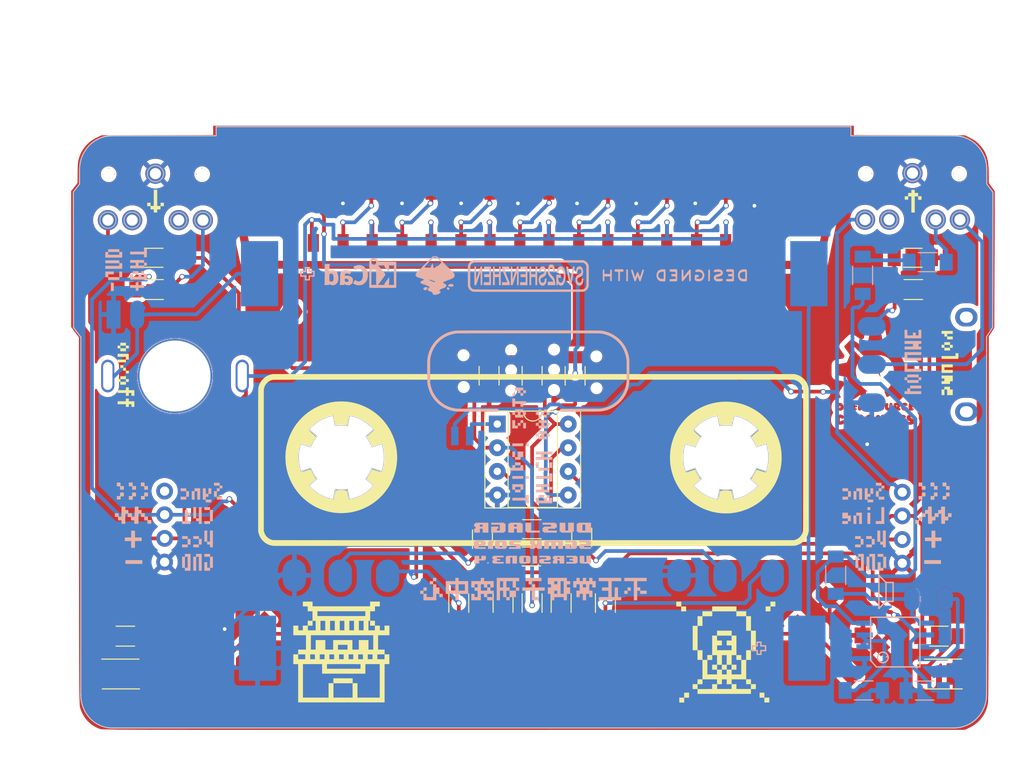
<source format=kicad_pcb>
(kicad_pcb (version 20221018) (generator pcbnew)
  (layers (0 "F.Cu" signal) (31 "B.Cu" signal) (34 "B.Paste" user) (35 "F.Paste" user) (36 "B.SilkS" user "B.Silkscreen") (37 "F.SilkS" user "F.Silkscreen") (38 "B.Mask" user) (39 "F.Mask" user) (44 "Edge.Cuts" user))
  (net 0 "")
  (net 1 "AudioProg")
  (net 2 "PB3")
  (net 3 "VCC")
  (net 4 "GND")
  (net 5 "CV_OUT")
  (net 6 "Net-(D-OUT1-Pad2)")
  (net 7 "CV_IN")
  (net 8 "Sync_OUT")
  (net 9 "Sound_OUT")
  (net 10 "+3V3")
  (net 11 "But-L")
  (net 12 "But-R")
  (net 13 "PB4/A2")
  (net 14 "PB2/A1")
  (net 15 "PB1")
  (net 16 "PB0")
  (net 17 "Net-(NEO1-Pad4)")
  (net 18 "Net-(C6-Pad1)")
  (net 19 "Net-(NEO1-Pad2)")
  (net 20 "Net-(Speaker1-Pad2)")
  (net 21 "Net-(NEO2-Pad4)")
  (net 22 "Net-(NEO3-Pad4)")
  (net 23 "Net-(NEO4-Pad4)")
  (net 24 "Net-(NEO5-Pad4)")
  (net 25 "Net-(NEO6-Pad4)")
  (net 26 "Net-(NEO7-Pad4)")
  (net 27 "Net-(C5-Pad1)")
  (net 28 "Net-(D-POW1-Pad1)")
  (net 29 "Net-(R14-Pad1)")
  (net 30 "Net-(R15-Pad1)")
  (net 31 "Net-(POT1-MAIN1-Pad2)")
  (net 32 "Net-(POT1-MAIN1-Pad1)")
  (net 33 "Net-(POT2-CV1-Pad2)")
  (net 34 "Net-(BT1-Pad2)")
  (net 35 "Net-(J6-Pad1)")
  (net 36 "Net-(Jack2-Pad2)")
  (net 37 "Net-(Jack1-Pad2)")
  (footprint "8Bit_Eurorack:C_1206_3d" (layer "F.Cu") (at 109.22 81.788)
    (fp_text reference "C1")
    (fp_text value "100nF")
  )
  (footprint "8Bit_Eurorack:C_1206_3d" (layer "F.Cu") (at 149.83 110.94 180)
    (fp_text reference "C2")
    (fp_text value "100nF")
  )
  (footprint "8Bit_Eurorack:C_1206_3d" (layer "F.Cu") (at 190.754 81.788)
    (fp_text reference "C3")
    (fp_text value "100nF")
  )
  (footprint "8Bit_Eurorack:C_1206_3d" (layer "F.Cu") (at 149.78 113.87 180)
    (fp_text reference "C4")
    (fp_text value "10uF")
  )
  (footprint "8Bit_Eurorack:LED_PLCC_2835_Handsoldering" (layer "F.Cu") (at 193.51 126.492 180)
    (fp_text reference "D-OUT1")
    (fp_text value "LED")
  )
  (footprint "8Bit_Eurorack:LED_PLCC_2835_Handsoldering" (layer "F.Cu") (at 106.196 126.492)
    (fp_text reference "D-POW1")
    (fp_text value "LED")
  )
  (footprint "8Bit_Eurorack:Mixtape_NEO_WS2812B_3d" (layer "F.Cu") (at 127.96 77.4 -90)
    (fp_text reference "NEO1")
    (fp_text value "SK6812")
  )
  (footprint "8Bit_Eurorack:Mixtape_NEO_WS2812B_3d" (layer "F.Cu") (at 134.287142 77.4 -90)
    (fp_text reference "NEO2")
    (fp_text value "SK6812")
  )
  (footprint "8Bit_Eurorack:Mixtape_NEO_WS2812B_3d" (layer "F.Cu") (at 140.614284 77.4 -90)
    (fp_text reference "NEO3")
    (fp_text value "SK6812")
  )
  (footprint "8Bit_Eurorack:Mixtape_NEO_WS2812B_3d" (layer "F.Cu") (at 146.941426 77.4 -90)
    (fp_text reference "NEO4")
    (fp_text value "SK6812")
  )
  (footprint "8Bit_Eurorack:Mixtape_NEO_WS2812B_3d" (layer "F.Cu") (at 153.268568 77.4 -90)
    (fp_text reference "NEO5")
    (fp_text value "SK6812")
  )
  (footprint "8Bit_Eurorack:Mixtape_NEO_WS2812B_3d" (layer "F.Cu") (at 159.59571 77.4 -90)
    (fp_text reference "NEO6")
    (fp_text value "SK6812")
  )
  (footprint "8Bit_Eurorack:Mixtape_NEO_WS2812B_3d" (layer "F.Cu") (at 165.922852 77.4 -90)
    (fp_text reference "NEO7")
    (fp_text value "SK6812")
  )
  (footprint "8Bit_Eurorack:Mixtape_NEO_WS2812B_3d" (layer "F.Cu") (at 172.249994 77.4 -90)
    (fp_text reference "NEO8")
    (fp_text value "SK6812")
  )
  (footprint "8Bitmixtape_reworked:Potentiometer_backPads_noHole" (layer "F.Cu") (at 175.66 113.156 90)
    (fp_text reference "POT1-MAIN1")
    (fp_text value "POT 10K lin")
  )
  (footprint "8Bitmixtape_reworked:Potentiometer_backPads_noHole" (layer "F.Cu") (at 134.34 113.156 90)
    (fp_text reference "POT2-CV1")
    (fp_text value "POT 10K lin")
  )
  (footprint "8Bit_Eurorack:R_1206_3d" (layer "F.Cu") (at 149.86 94.462 90)
    (fp_text reference "R1")
    (fp_text value "22k")
  )
  (footprint "8Bit_Eurorack:R_1206_3d" (layer "F.Cu") (at 145.24 94.462 -90)
    (fp_text reference "R2")
    (fp_text value "22k")
  )
  (footprint "8Bit_Eurorack:R_1206_3d" (layer "F.Cu") (at 146.74 118.872 -90)
    (fp_text reference "R3")
    (fp_text value "22k")
  )
  (footprint "8Bit_Eurorack:R_1206_3d" (layer "F.Cu") (at 152.98 118.872 -90)
    (fp_text reference "R4")
    (fp_text value "22k")
  )
  (footprint "8Bit_Eurorack:R_1206_3d" (layer "F.Cu") (at 149.86 118.872 -90)
    (fp_text reference "R5")
    (fp_text value "22k")
  )
  (footprint "8Bit_Eurorack:R_1206_3d" (layer "F.Cu") (at 144.526 112.014 -90)
    (fp_text reference "R6")
    (fp_text value "22K")
  )
  (footprint "8Bit_Eurorack:R_1206_3d" (layer "F.Cu") (at 155.194 111.822 -90)
    (fp_text reference "R7")
    (fp_text value "22K")
  )
  (footprint "8Bit_Eurorack:R_1206_3d" (layer "F.Cu") (at 190.802 85.2)
    (fp_text reference "R8")
    (fp_text value "330")
  )
  (footprint "8Bit_Eurorack:R_1206_3d" (layer "F.Cu") (at 154.48 94.472 -90)
    (fp_text reference "R9")
    (fp_text value "330")
  )
  (footprint "8Bit_Eurorack:R_1206_3d" (layer "F.Cu") (at 141.986 118.872 -90)
    (fp_text reference "R10")
    (fp_text value "4.7K")
  )
  (footprint "8Bit_Eurorack:R_1206_3d" (layer "F.Cu") (at 157.734 118.872 -90)
    (fp_text reference "R11")
    (fp_text value "4.7K")
  )
  (footprint "8Bit_Eurorack:R_1206_3d" (layer "F.Cu") (at 106.172 122.428)
    (fp_text reference "R12")
    (fp_text value "1K")
  )
  (footprint "8Bit_Eurorack:R_1206_3d" (layer "F.Cu") (at 193.548 122.428)
    (fp_text reference "R13")
    (fp_text value "1K")
  )
  (footprint "8Bitmixtape_reworked:Push_SWITCH_hole" (layer "F.Cu") (at 111.506 94.488 90)
    (fp_text reference "SW1")
    (fp_text value "SW_Push")
  )
  (footprint "8Bitmixtape_reworked:TACTILE-PTH_6mm_SMD_3d" (layer "F.Cu") (at 116.647359 121.96367 -135)
    (fp_text reference "SW2")
    (fp_text value "SW_Push")
  )
  (footprint "8Bitmixtape_reworked:TACTILE-PTH_6mm_SMD_3d" (layer "F.Cu") (at 182.88 122.350345 135)
    (fp_text reference "SW3")
    (fp_text value "SW_Push")
  )
  (footprint "8Bit_Eurorack:DIP-8_Attiny_with_Socket_3d" (layer "F.Cu") (at 146.12 99.65)
    (fp_text reference "U1")
    (fp_text value "ATTINY85-20SU")
  )
  (footprint "8BitMixtape3000-MutanMonkey:Speaker_Loch08" (layer "F.Cu") (at 152.22 91.65)
    (fp_text reference "")
    (fp_text value "")
  )
  (footprint "8BitMixtape3000-MutanMonkey:Speaker_Loch08" (layer "F.Cu") (at 156.76 92.38)
    (fp_text reference "")
    (fp_text value "")
  )
  (footprint "8BitMixtape3000-MutanMonkey:Speaker_Loch08" (layer "F.Cu") (at 156.78 95.8)
    (fp_text reference "")
    (fp_text value "")
  )
  (footprint "8BitMixtape3000-MutanMonkey:Speaker_Loch08" (layer "F.Cu") (at 152.22 95.99)
    (fp_text reference "")
    (fp_text value "")
  )
  (footprint "8BitMixtape3000-MutanMonkey:Speaker_Loch08" (layer "F.Cu") (at 152.22 93.83)
    (fp_text reference "")
    (fp_text value "")
  )
  (footprint "8Bitmixtape_reworked:MixtapeNEO-3000_digilog" (layer "F.Cu") (at 150 100)
    (fp_text reference "board1" hide)
    (fp_text value "SVG2SHENZHEN" hide)
    (fp_line (start -49.409649 -25.264204) (end -49.382309 -10.709517) (stroke (width 0.1)) (layer "Edge.Cuts"))
    (fp_line (start -49.382309 -10.709517) (end -48.610824 -9.693892) (stroke (width 0.1)) (layer "Edge.Cuts"))
    (fp_line (start -48.743632 -27.723188) (end -48.743632 -26.406782) (stroke (width 0.1)) (layer "Edge.Cuts"))
    (fp_line (start -48.743632 -26.406782) (end -48.743632 -26.141157) (stroke (width 0.1)) (layer "Edge.Cuts"))
    (fp_line (start -48.743632 -26.141157) (end -49.409649 -25.264204) (stroke (width 0.1)) (layer "Edge.Cuts"))
    (fp_line (start -48.725928 -28.082164) (end -48.743632 -27.723188) (stroke (width 0.1)) (layer "Edge.Cuts"))
    (fp_line (start -48.673908 -28.432707) (end -48.725928 -28.082164) (stroke (width 0.1)) (layer "Edge.Cuts"))
    (fp_line (start -48.610824 -9.693892) (end -48.610824 -8.158736) (stroke (width 0.1)) (layer "Edge.Cuts"))
    (fp_line (start -48.610824 -8.158736) (end -48.610824 28.754759) (stroke (width 0.1)) (layer "Edge.Cuts"))
    (fp_line (start -48.610824 28.754759) (end -48.610824 28.756759) (stroke (width 0.1)) (layer "Edge.Cuts"))
    (fp_line (start -48.610824 28.756759) (end -48.593145 29.107319) (stroke (width 0.1)) (layer "Edge.Cuts"))
    (fp_line (start -48.593145 29.107319) (end -48.543792 29.450062) (stroke (width 0.1)) (layer "Edge.Cuts"))
    (fp_line (start -48.58921 -28.772786) (end -48.673908 -28.432707) (stroke (width 0.1)) (layer "Edge.Cuts"))
    (fp_line (start -48.543792 29.450062) (end -48.464073 29.782946) (stroke (width 0.1)) (layer "Edge.Cuts"))
    (fp_line (start -48.47347 -29.100368) (end -48.58921 -28.772786) (stroke (width 0.1)) (layer "Edge.Cuts"))
    (fp_line (start -48.464073 29.782946) (end -48.355296 30.103929) (stroke (width 0.1)) (layer "Edge.Cuts"))
    (fp_line (start -48.355296 30.103929) (end -48.218767 30.410968) (stroke (width 0.1)) (layer "Edge.Cuts"))
    (fp_line (start -48.328326 -29.413422) (end -48.47347 -29.100368) (stroke (width 0.1)) (layer "Edge.Cuts"))
    (fp_line (start -48.218767 30.410968) (end -48.055794 30.702022) (stroke (width 0.1)) (layer "Edge.Cuts"))
    (fp_line (start -48.155414 -29.709915) (end -48.328326 -29.413422) (stroke (width 0.1)) (layer "Edge.Cuts"))
    (fp_line (start -48.055794 30.702022) (end -47.867684 30.975049) (stroke (width 0.1)) (layer "Edge.Cuts"))
    (fp_line (start -47.956372 -29.987816) (end -48.155414 -29.709915) (stroke (width 0.1)) (layer "Edge.Cuts"))
    (fp_line (start -47.867684 30.975049) (end -47.655744 31.228005) (stroke (width 0.1)) (layer "Edge.Cuts"))
    (fp_line (start -47.732836 -30.245091) (end -47.956372 -29.987816) (stroke (width 0.1)) (layer "Edge.Cuts"))
    (fp_line (start -47.655744 31.228005) (end -47.421283 31.45885) (stroke (width 0.1)) (layer "Edge.Cuts"))
    (fp_line (start -47.486445 -30.47971) (end -47.732836 -30.245091) (stroke (width 0.1)) (layer "Edge.Cuts"))
    (fp_line (start -47.421283 31.45885) (end -47.165608 31.665541) (stroke (width 0.1)) (layer "Edge.Cuts"))
    (fp_line (start -47.218835 -30.689639) (end -47.486445 -30.47971) (stroke (width 0.1)) (layer "Edge.Cuts"))
    (fp_line (start -47.165608 31.665541) (end -46.890025 31.846036) (stroke (width 0.1)) (layer "Edge.Cuts"))
    (fp_line (start -46.931643 -30.872846) (end -47.218835 -30.689639) (stroke (width 0.1)) (layer "Edge.Cuts"))
    (fp_line (start -46.890025 31.846036) (end -46.595842 31.998293) (stroke (width 0.1)) (layer "Edge.Cuts"))
    (fp_line (start -46.626506 -31.0273) (end -46.931643 -30.872846) (stroke (width 0.1)) (layer "Edge.Cuts"))
    (fp_line (start -46.595842 31.998293) (end -46.284367 32.12027) (stroke (width 0.1)) (layer "Edge.Cuts"))
    (fp_line (start -46.305062 -31.150969) (end -46.626506 -31.0273) (stroke (width 0.1)) (layer "Edge.Cuts"))
    (fp_line (start -46.284367 32.12027) (end -45.956907 32.20992) (stroke (width 0.1)) (layer "Edge.Cuts"))
    (fp_line (start -45.968948 -31.241819) (end -46.305062 -31.150969) (stroke (width 0.1)) (layer "Edge.Cuts"))
    (fp_line (start -45.956907 32.20992) (end -45.614769 32.26521) (stroke (width 0.1)) (layer "Edge.Cuts"))
    (fp_line (start -45.6198 -31.29782) (end -45.968948 -31.241819) (stroke (width 0.1)) (layer "Edge.Cuts"))
    (fp_line (start -45.614769 32.26521) (end -45.25926 32.28409) (stroke (width 0.1)) (layer "Edge.Cuts"))
    (fp_line (start -45.25926 32.28409) (end 45.201677 32.28409) (stroke (width 0.1)) (layer "Edge.Cuts"))
    (fp_line (start -45.259257 -31.316938) (end -45.6198 -31.29782) (stroke (width 0.1)) (layer "Edge.Cuts"))
    (fp_line (start -34.073192 -32.291547) (end -34.073192 -32.291547) (stroke (width 0.1)) (layer "Edge.Cuts"))
    (fp_line (start -34.073192 -32.291547) (end -34.073192 -31.316938) (stroke (width 0.1)) (layer "Edge.Cuts"))
    (fp_line (start -34.073192 -31.316938) (end -45.259257 -31.316938) (stroke (width 0.1)) (layer "Edge.Cuts"))
    (fp_line (start -25.22745 3.240599) (end -25.22645 3.333179) (stroke (width 0.1)) (layer "Edge.Cuts"))
    (fp_line (start -25.22645 3.148989) (end -25.22745 3.240599) (stroke (width 0.1)) (layer "Edge.Cuts"))
    (fp_line (start -25.22645 3.333179) (end -25.22345 3.425649) (stroke (width 0.1)) (layer "Edge.Cuts"))
    (fp_line (start -25.22345 3.057489) (end -25.22645 3.148989) (stroke (width 0.1)) (layer "Edge.Cuts"))
    (fp_line (start -25.22345 3.425649) (end -25.21845 3.517979) (stroke (width 0.1)) (layer "Edge.Cuts"))
    (fp_line (start -25.21845 2.966119) (end -25.22345 3.057489) (stroke (width 0.1)) (layer "Edge.Cuts"))
    (fp_line (start -25.21845 3.517979) (end -25.21145 3.610149) (stroke (width 0.1)) (layer "Edge.Cuts"))
    (fp_line (start -25.21145 2.874909) (end -25.21845 2.966119) (stroke (width 0.1)) (layer "Edge.Cuts"))
    (fp_line (start -25.21145 3.610149) (end -25.20245 3.702129) (stroke (width 0.1)) (layer "Edge.Cuts"))
    (fp_line (start -25.20345 2.783879) (end -25.21145 2.874909) (stroke (width 0.1)) (layer "Edge.Cuts"))
    (fp_line (start -25.20245 3.702129) (end -25.19185 3.793889) (stroke (width 0.1)) (layer "Edge.Cuts"))
    (fp_line (start -25.19325 2.693059) (end -25.20345 2.783879) (stroke (width 0.1)) (layer "Edge.Cuts"))
    (fp_line (start -25.19185 3.793889) (end -25.17945 3.885399) (stroke (width 0.1)) (layer "Edge.Cuts"))
    (fp_line (start -25.18125 2.602479) (end -25.19325 2.693059) (stroke (width 0.1)) (layer "Edge.Cuts"))
    (fp_line (start -25.17945 3.885399) (end -25.16525 3.976629) (stroke (width 0.1)) (layer "Edge.Cuts"))
    (fp_line (start -25.16745 2.512169) (end -25.18125 2.602479) (stroke (width 0.1)) (layer "Edge.Cuts"))
    (fp_line (start -25.16525 3.976629) (end -25.14915 4.067559) (stroke (width 0.1)) (layer "Edge.Cuts"))
    (fp_line (start -25.15185 2.422149) (end -25.16745 2.512169) (stroke (width 0.1)) (layer "Edge.Cuts"))
    (fp_line (start -25.14915 4.067559) (end -25.13125 4.158159) (stroke (width 0.1)) (layer "Edge.Cuts"))
    (fp_line (start -25.13445 2.332449) (end -25.15185 2.422149) (stroke (width 0.1)) (layer "Edge.Cuts"))
    (fp_line (start -25.13125 4.158159) (end -25.11155 4.248389) (stroke (width 0.1)) (layer "Edge.Cuts"))
    (fp_line (start -25.11525 2.243089) (end -25.13445 2.332449) (stroke (width 0.1)) (layer "Edge.Cuts"))
    (fp_line (start -25.11155 4.248389) (end -25.09005 4.338239) (stroke (width 0.1)) (layer "Edge.Cuts"))
    (fp_line (start -25.09425 2.154109) (end -25.11525 2.243089) (stroke (width 0.1)) (layer "Edge.Cuts"))
    (fp_line (start -25.09005 4.338239) (end -25.06675 4.427679) (stroke (width 0.1)) (layer "Edge.Cuts"))
    (fp_line (start -25.07155 2.065529) (end -25.09425 2.154109) (stroke (width 0.1)) (layer "Edge.Cuts"))
    (fp_line (start -25.06675 4.427679) (end -25.04165 4.516669) (stroke (width 0.1)) (layer "Edge.Cuts"))
    (fp_line (start -25.04705 1.977369) (end -25.07155 2.065529) (stroke (width 0.1)) (layer "Edge.Cuts"))
    (fp_line (start -25.04165 4.516669) (end -25.01475 4.605199) (stroke (width 0.1)) (layer "Edge.Cuts"))
    (fp_line (start -25.02075 1.889669) (end -25.04705 1.977369) (stroke (width 0.1)) (layer "Edge.Cuts"))
    (fp_line (start -25.01475 4.605199) (end -24.98605 4.693229) (stroke (width 0.1)) (layer "Edge.Cuts"))
    (fp_line (start -24.99275 1.802449) (end -25.02075 1.889669) (stroke (width 0.1)) (layer "Edge.Cuts"))
    (fp_line (start -24.98605 4.693229) (end -24.90745 4.713889) (stroke (width 0.1)) (layer "Edge.Cuts"))
    (fp_line (start -24.90745 1.779729) (end -24.99275 1.802449) (stroke (width 0.1)) (layer "Edge.Cuts"))
    (fp_line (start -24.90745 4.713889) (end -24.75139 4.660659) (stroke (width 0.1)) (layer "Edge.Cuts"))
    (fp_line (start -24.75139 4.660659) (end -24.59481 4.607949) (stroke (width 0.1)) (layer "Edge.Cuts"))
    (fp_line (start -24.74984 1.832949) (end -24.90745 1.779729) (stroke (width 0.1)) (layer "Edge.Cuts"))
    (fp_line (start -24.59481 4.607949) (end -24.43823 4.555239) (stroke (width 0.1)) (layer "Edge.Cuts"))
    (fp_line (start -24.59222 1.886179) (end -24.74984 1.832949) (stroke (width 0.1)) (layer "Edge.Cuts"))
    (fp_line (start -24.43823 4.555239) (end -24.28217 4.502529) (stroke (width 0.1)) (layer "Edge.Cuts"))
    (fp_line (start -24.43461 1.939409) (end -24.59222 1.886179) (stroke (width 0.1)) (layer "Edge.Cuts"))
    (fp_line (start -24.28217 4.502529) (end -24.12559 4.449819) (stroke (width 0.1)) (layer "Edge.Cuts"))
    (fp_line (start -24.277 1.992639) (end -24.43461 1.939409) (stroke (width 0.1)) (layer "Edge.Cuts"))
    (fp_line (start -24.12559 4.449819) (end -23.96953 4.396589) (stroke (width 0.1)) (layer "Edge.Cuts"))
    (fp_line (start -24.119389 2.045869) (end -24.277 1.992639) (stroke (width 0.1)) (layer "Edge.Cuts"))
    (fp_line (start -24.062029 0.188115) (end -24.037729 0.273895) (stroke (width 0.1)) (layer "Edge.Cuts"))
    (fp_line (start -24.0589 6.295696) (end -23.93312 6.431761) (stroke (width 0.1)) (layer "Edge.Cuts"))
    (fp_line (start -24.0382 6.220246) (end -24.0589 6.295696) (stroke (width 0.1)) (layer "Edge.Cuts"))
    (fp_line (start -24.037729 0.273895) (end -23.913189 0.383964) (stroke (width 0.1)) (layer "Edge.Cuts"))
    (fp_line (start -23.96953 4.396589) (end -23.90643 4.375399) (stroke (width 0.1)) (layer "Edge.Cuts"))
    (fp_line (start -23.961259 2.099099) (end -24.119389 2.045869) (stroke (width 0.1)) (layer "Edge.Cuts"))
    (fp_line (start -23.936309 0.05244) (end -24.062029 0.188115) (stroke (width 0.1)) (layer "Edge.Cuts"))
    (fp_line (start -23.93312 6.431761) (end -23.80235 6.562283) (stroke (width 0.1)) (layer "Edge.Cuts"))
    (fp_line (start -23.91469 6.111726) (end -24.0382 6.220246) (stroke (width 0.1)) (layer "Edge.Cuts"))
    (fp_line (start -23.913189 0.383964) (end -23.788139 0.49352) (stroke (width 0.1)) (layer "Edge.Cuts"))
    (fp_line (start -23.908059 2.117189) (end -23.961259 2.099099) (stroke (width 0.1)) (layer "Edge.Cuts"))
    (fp_line (start -23.90643 4.375399) (end -23.79119 4.667885) (stroke (width 0.1)) (layer "Edge.Cuts"))
    (fp_line (start -23.855859 1.964744) (end -23.908059 2.117189) (stroke (width 0.1)) (layer "Edge.Cuts"))
    (fp_line (start -23.805609 -0.07771) (end -23.936309 0.05244) (stroke (width 0.1)) (layer "Edge.Cuts"))
    (fp_line (start -23.80235 6.562283) (end -23.66678 6.687149) (stroke (width 0.1)) (layer "Edge.Cuts"))
    (fp_line (start -23.7917 6.003206) (end -23.91469 6.111726) (stroke (width 0.1)) (layer "Edge.Cuts"))
    (fp_line (start -23.79119 4.667885) (end -23.63357 4.976394) (stroke (width 0.1)) (layer "Edge.Cuts"))
    (fp_line (start -23.788139 0.49352) (end -23.663599 0.60359) (stroke (width 0.1)) (layer "Edge.Cuts"))
    (fp_line (start -23.712189 1.649002) (end -23.855859 1.964744) (stroke (width 0.1)) (layer "Edge.Cuts"))
    (fp_line (start -23.670129 -0.202221) (end -23.805609 -0.07771) (stroke (width 0.1)) (layer "Edge.Cuts"))
    (fp_line (start -23.6682 5.894683) (end -23.7917 6.003206) (stroke (width 0.1)) (layer "Edge.Cuts"))
    (fp_line (start -23.66678 6.687149) (end -23.52659 6.806259) (stroke (width 0.1)) (layer "Edge.Cuts"))
    (fp_line (start -23.663599 0.60359) (end -23.539059 0.713659) (stroke (width 0.1)) (layer "Edge.Cuts"))
    (fp_line (start -23.63357 4.976394) (end -23.50335 5.184651) (stroke (width 0.1)) (layer "Edge.Cuts"))
    (fp_line (start -23.54469 5.786165) (end -23.6682 5.894683) (stroke (width 0.1)) (layer "Edge.Cuts"))
    (fp_line (start -23.539059 0.713659) (end -23.413479 0.823215) (stroke (width 0.1)) (layer "Edge.Cuts"))
    (fp_line (start -23.537529 1.34876) (end -23.712189 1.649002) (stroke (width 0.1)) (layer "Edge.Cuts"))
    (fp_line (start -23.530059 -0.320983) (end -23.670129 -0.202221) (stroke (width 0.1)) (layer "Edge.Cuts"))
    (fp_line (start -23.52659 6.806259) (end -23.38198 6.919492) (stroke (width 0.1)) (layer "Edge.Cuts"))
    (fp_line (start -23.50335 5.184651) (end -23.29458 5.462152) (stroke (width 0.1)) (layer "Edge.Cuts"))
    (fp_line (start -23.42118 5.677642) (end -23.54469 5.786165) (stroke (width 0.1)) (layer "Edge.Cuts"))
    (fp_line (start -23.413479 0.823215) (end -23.288939 0.932771) (stroke (width 0.1)) (layer "Edge.Cuts"))
    (fp_line (start -23.385589 -0.433888) (end -23.530059 -0.320983) (stroke (width 0.1)) (layer "Edge.Cuts"))
    (fp_line (start -23.38198 6.919492) (end -23.23314 7.026739) (stroke (width 0.1)) (layer "Edge.Cuts"))
    (fp_line (start -23.334439 1.067641) (end -23.537529 1.34876) (stroke (width 0.1)) (layer "Edge.Cuts"))
    (fp_line (start -23.29768 5.569122) (end -23.42118 5.677642) (stroke (width 0.1)) (layer "Edge.Cuts"))
    (fp_line (start -23.29458 5.462152) (end -23.24138 5.520032) (stroke (width 0.1)) (layer "Edge.Cuts"))
    (fp_line (start -23.288939 0.932771) (end -23.248639 0.968421) (stroke (width 0.1)) (layer "Edge.Cuts"))
    (fp_line (start -23.248639 0.968421) (end -23.334439 1.067641) (stroke (width 0.1)) (layer "Edge.Cuts"))
    (fp_line (start -23.24138 5.520032) (end -23.29768 5.569122) (stroke (width 0.1)) (layer "Edge.Cuts"))
    (fp_line (start -23.236909 -0.540828) (end -23.385589 -0.433888) (stroke (width 0.1)) (layer "Edge.Cuts"))
    (fp_line (start -23.23314 7.026739) (end -23.08026 7.127893) (stroke (width 0.1)) (layer "Edge.Cuts"))
    (fp_line (start -23.084209 -0.641686) (end -23.236909 -0.540828) (stroke (width 0.1)) (layer "Edge.Cuts"))
    (fp_line (start -23.08026 7.127893) (end -22.92353 7.222843) (stroke (width 0.1)) (layer "Edge.Cuts"))
    (fp_line (start -22.927679 -0.736356) (end -23.084209 -0.641686) (stroke (width 0.1)) (layer "Edge.Cuts"))
    (fp_line (start -22.92353 7.222843) (end -22.76315 7.311473) (stroke (width 0.1)) (layer "Edge.Cuts"))
    (fp_line (start -22.76751 -0.824726) (end -22.927679 -0.736356) (stroke (width 0.1)) (layer "Edge.Cuts"))
    (fp_line (start -22.76315 7.311473) (end -22.5993 7.393673) (stroke (width 0.1)) (layer "Edge.Cuts"))
    (fp_line (start -22.603889 -0.906696) (end -22.76751 -0.824726) (stroke (width 0.1)) (layer "Edge.Cuts"))
    (fp_line (start -22.5993 7.393673) (end -22.43218 7.469343) (stroke (width 0.1)) (layer "Edge.Cuts"))
    (fp_line (start -22.43701 -0.982146) (end -22.603889 -0.906696) (stroke (width 0.1)) (layer "Edge.Cuts"))
    (fp_line (start -22.43218 7.469343) (end -22.261981 7.538363) (stroke (width 0.1)) (layer "Edge.Cuts"))
    (fp_line (start -22.26706 -1.050966) (end -22.43701 -0.982146) (stroke (width 0.1)) (layer "Edge.Cuts"))
    (fp_line (start -22.261981 7.538363) (end -22.088881 7.600623) (stroke (width 0.1)) (layer "Edge.Cuts"))
    (fp_line (start -22.09424 -1.113056) (end -22.26706 -1.050966) (stroke (width 0.1)) (layer "Edge.Cuts"))
    (fp_line (start -22.088881 7.600623) (end -21.913081 7.656013) (stroke (width 0.1)) (layer "Edge.Cuts"))
    (fp_line (start -21.91871 -1.168296) (end -22.09424 -1.113056) (stroke (width 0.1)) (layer "Edge.Cuts"))
    (fp_line (start -21.913081 7.656013) (end -21.73477 7.704423) (stroke (width 0.1)) (layer "Edge.Cuts"))
    (fp_line (start -21.7407 -1.216576) (end -21.91871 -1.168296) (stroke (width 0.1)) (layer "Edge.Cuts"))
    (fp_line (start -21.73477 7.704423) (end -21.55414 7.745743) (stroke (width 0.1)) (layer "Edge.Cuts"))
    (fp_line (start -21.56037 -1.257796) (end -21.7407 -1.216576) (stroke (width 0.1)) (layer "Edge.Cuts"))
    (fp_line (start -21.55414 7.745743) (end -21.49734 7.687863) (stroke (width 0.1)) (layer "Edge.Cuts"))
    (fp_line (start -21.49734 7.687863) (end -21.46474 7.526633) (stroke (width 0.1)) (layer "Edge.Cuts"))
    (fp_line (start -21.49627 -1.193716) (end -21.56037 -1.257796) (stroke (width 0.1)) (layer "Edge.Cuts"))
    (fp_line (start -21.46474 7.526633) (end -21.43274 7.364886) (stroke (width 0.1)) (layer "Edge.Cuts"))
    (fp_line (start -21.46367 -1.031455) (end -21.49627 -1.193716) (stroke (width 0.1)) (layer "Edge.Cuts"))
    (fp_line (start -21.43274 7.364886) (end -21.40014 7.203658) (stroke (width 0.1)) (layer "Edge.Cuts"))
    (fp_line (start -21.43167 -0.869189) (end -21.46367 -1.031455) (stroke (width 0.1)) (layer "Edge.Cuts"))
    (fp_line (start -21.40014 7.203658) (end -21.36754 7.042421) (stroke (width 0.1)) (layer "Edge.Cuts"))
    (fp_line (start -21.39907 -0.706925) (end -21.43167 -0.869189) (stroke (width 0.1)) (layer "Edge.Cuts"))
    (fp_line (start -21.36754 7.042421) (end -21.33554 6.881193) (stroke (width 0.1)) (layer "Edge.Cuts"))
    (fp_line (start -21.36647 -0.545178) (end -21.39907 -0.706925) (stroke (width 0.1)) (layer "Edge.Cuts"))
    (fp_line (start -21.33554 6.881193) (end -21.30354 6.720479) (stroke (width 0.1)) (layer "Edge.Cuts"))
    (fp_line (start -21.33387 -0.382914) (end -21.36647 -0.545178) (stroke (width 0.1)) (layer "Edge.Cuts"))
    (fp_line (start -21.30354 6.720479) (end -21.28854 6.647099) (stroke (width 0.1)) (layer "Edge.Cuts"))
    (fp_line (start -21.30127 -0.221167) (end -21.33387 -0.382914) (stroke (width 0.1)) (layer "Edge.Cuts"))
    (fp_line (start -21.28877 -0.163237) (end -21.30127 -0.221167) (stroke (width 0.1)) (layer "Edge.Cuts"))
    (fp_line (start -21.28854 6.647099) (end -21.23634 6.657939) (stroke (width 0.1)) (layer "Edge.Cuts"))
    (fp_line (start -21.23634 6.657939) (end -20.891661 6.701859) (stroke (width 0.1)) (layer "Edge.Cuts"))
    (fp_line (start -21.05468 -0.204067) (end -21.28877 -0.163237) (stroke (width 0.1)) (layer "Edge.Cuts"))
    (fp_line (start -20.891661 6.701859) (end -20.545431 6.710659) (stroke (width 0.1)) (layer "Edge.Cuts"))
    (fp_line (start -20.70897 -0.229387) (end -21.05468 -0.204067) (stroke (width 0.1)) (layer "Edge.Cuts"))
    (fp_line (start -20.545431 6.710659) (end -20.19868 6.685879) (stroke (width 0.1)) (layer "Edge.Cuts"))
    (fp_line (start -20.3617 -0.220587) (end -20.70897 -0.229387) (stroke (width 0.1)) (layer "Edge.Cuts"))
    (fp_line (start -20.19868 6.685879) (end -19.965631 6.645569) (stroke (width 0.1)) (layer "Edge.Cuts"))
    (fp_line (start -20.018059 -0.176667) (end -20.3617 -0.220587) (stroke (width 0.1)) (layer "Edge.Cuts"))
    (fp_line (start -19.965631 6.645569) (end -19.951731 6.714819) (stroke (width 0.1)) (layer "Edge.Cuts"))
    (fp_line (start -19.963759 -0.165297) (end -20.018059 -0.176667) (stroke (width 0.1)) (layer "Edge.Cuts"))
    (fp_line (start -19.951731 6.714819) (end -19.919731 6.876567) (stroke (width 0.1)) (layer "Edge.Cuts"))
    (fp_line (start -19.951359 -0.226277) (end -19.963759 -0.165297) (stroke (width 0.1)) (layer "Edge.Cuts"))
    (fp_line (start -19.919859 -0.386991) (end -19.951359 -0.226277) (stroke (width 0.1)) (layer "Edge.Cuts"))
    (fp_line (start -19.919731 6.876567) (end -19.887131 7.03935) (stroke (width 0.1)) (layer "Edge.Cuts"))
    (fp_line (start -19.887259 -0.548222) (end -19.919859 -0.386991) (stroke (width 0.1)) (layer "Edge.Cuts"))
    (fp_line (start -19.887131 7.03935) (end -19.854531 7.201094) (stroke (width 0.1)) (layer "Edge.Cuts"))
    (fp_line (start -19.855259 -0.709456) (end -19.887259 -0.548222) (stroke (width 0.1)) (layer "Edge.Cuts"))
    (fp_line (start -19.854531 7.201094) (end -19.821931 7.362841) (stroke (width 0.1)) (layer "Edge.Cuts"))
    (fp_line (start -19.822659 -0.870686) (end -19.855259 -0.709456) (stroke (width 0.1)) (layer "Edge.Cuts"))
    (fp_line (start -19.821931 7.362841) (end -19.789331 7.525105) (stroke (width 0.1)) (layer "Edge.Cuts"))
    (fp_line (start -19.790063 -1.031909) (end -19.790063 -1.031909) (stroke (width 0.1)) (layer "Edge.Cuts"))
    (fp_line (start -19.790063 -1.031909) (end -19.790059 -1.031914) (stroke (width 0.1)) (layer "Edge.Cuts"))
    (fp_line (start -19.790059 -1.031914) (end -19.822659 -0.870686) (stroke (width 0.1)) (layer "Edge.Cuts"))
    (fp_line (start -19.789331 7.525105) (end -19.757331 7.686852) (stroke (width 0.1)) (layer "Edge.Cuts"))
    (fp_line (start -19.757331 7.686852) (end -19.703031 7.742142) (stroke (width 0.1)) (layer "Edge.Cuts"))
    (fp_line (start -19.749593 -1.1375) (end -19.790063 -1.031909) (stroke (width 0.1)) (layer "Edge.Cuts"))
    (fp_line (start -19.710993 -1.21079) (end -19.749593 -1.1375) (stroke (width 0.1)) (layer "Edge.Cuts"))
    (fp_line (start -19.703031 7.742142) (end -19.52233 7.701152) (stroke (width 0.1)) (layer "Edge.Cuts"))
    (fp_line (start -19.684223 -1.23274) (end -19.710993 -1.21079) (stroke (width 0.1)) (layer "Edge.Cuts"))
    (fp_line (start -19.648113 -1.24351) (end -19.684223 -1.23274) (stroke (width 0.1)) (layer "Edge.Cuts"))
    (fp_line (start -19.534814 -1.22736) (end -19.648113 -1.24351) (stroke (width 0.1)) (layer "Edge.Cuts"))
    (fp_line (start -19.52233 7.701152) (end -19.34394 7.653072) (stroke (width 0.1)) (layer "Edge.Cuts"))
    (fp_line (start -19.353273 -1.17867) (end -19.534814 -1.22736) (stroke (width 0.1)) (layer "Edge.Cuts"))
    (fp_line (start -19.34394 7.653072) (end -19.16805 7.598012) (stroke (width 0.1)) (layer "Edge.Cuts"))
    (fp_line (start -19.174334 -1.12275) (end -19.353273 -1.17867) (stroke (width 0.1)) (layer "Edge.Cuts"))
    (fp_line (start -19.16805 7.598012) (end -18.99484 7.536072) (stroke (width 0.1)) (layer "Edge.Cuts"))
    (fp_line (start -18.998174 -1.05972) (end -19.174334 -1.12275) (stroke (width 0.1)) (layer "Edge.Cuts"))
    (fp_line (start -18.99484 7.536072) (end -18.82451 7.467372) (stroke (width 0.1)) (layer "Edge.Cuts"))
    (fp_line (start -18.825003 -0.9897) (end -18.998174 -1.05972) (stroke (width 0.1)) (layer "Edge.Cuts"))
    (fp_line (start -18.82451 7.467372) (end -18.65726 7.392012) (stroke (width 0.1)) (layer "Edge.Cuts"))
    (fp_line (start -18.65726 7.392012) (end -18.49327 7.310112) (stroke (width 0.1)) (layer "Edge.Cuts"))
    (fp_line (start -18.655023 -0.9128) (end -18.825003 -0.9897) (stroke (width 0.1)) (layer "Edge.Cuts"))
    (fp_line (start -18.49327 7.310112) (end -18.33273 7.221772) (stroke (width 0.1)) (layer "Edge.Cuts"))
    (fp_line (start -18.488424 -0.82914) (end -18.655023 -0.9128) (stroke (width 0.1)) (layer "Edge.Cuts"))
    (fp_line (start -18.33273 7.221772) (end -18.17583 7.127122) (stroke (width 0.1)) (layer "Edge.Cuts"))
    (fp_line (start -18.325414 -0.73884) (end -18.488424 -0.82914) (stroke (width 0.1)) (layer "Edge.Cuts"))
    (fp_line (start -18.17583 7.127122) (end -18.02277 7.026253) (stroke (width 0.1)) (layer "Edge.Cuts"))
    (fp_line (start -18.166194 -0.64201) (end -18.325414 -0.73884) (stroke (width 0.1)) (layer "Edge.Cuts"))
    (fp_line (start -18.02277 7.026253) (end -17.87374 6.91928) (stroke (width 0.1)) (layer "Edge.Cuts"))
    (fp_line (start -18.012229 5.520061) (end -17.919729 5.413608) (stroke (width 0.1)) (layer "Edge.Cuts"))
    (fp_line (start -18.010973 -0.538773) (end -18.166194 -0.64201) (stroke (width 0.1)) (layer "Edge.Cuts"))
    (fp_line (start -18.006223 0.968373) (end -17.957623 0.925483) (stroke (width 0.1)) (layer "Edge.Cuts"))
    (fp_line (start -17.966229 5.560881) (end -18.012229 5.520061) (stroke (width 0.1)) (layer "Edge.Cuts"))
    (fp_line (start -17.959223 1.019533) (end -18.006223 0.968373) (stroke (width 0.1)) (layer "Edge.Cuts"))
    (fp_line (start -17.957623 0.925483) (end -17.834122 0.816966) (stroke (width 0.1)) (layer "Edge.Cuts"))
    (fp_line (start -17.919729 5.413608) (end -17.716639 5.132489) (stroke (width 0.1)) (layer "Edge.Cuts"))
    (fp_line (start -17.87374 6.91928) (end -17.72893 6.80632) (stroke (width 0.1)) (layer "Edge.Cuts"))
    (fp_line (start -17.859943 -0.42924) (end -18.010973 -0.538773) (stroke (width 0.1)) (layer "Edge.Cuts"))
    (fp_line (start -17.841689 5.670954) (end -17.966229 5.560881) (stroke (width 0.1)) (layer "Edge.Cuts"))
    (fp_line (start -17.834122 0.816966) (end -17.710622 0.70793) (stroke (width 0.1)) (layer "Edge.Cuts"))
    (fp_line (start -17.750972 1.29652) (end -17.959223 1.019533) (stroke (width 0.1)) (layer "Edge.Cuts"))
    (fp_line (start -17.72893 6.80632) (end -17.58852 6.68748) (stroke (width 0.1)) (layer "Edge.Cuts"))
    (fp_line (start -17.716639 5.132489) (end -17.542489 4.832765) (stroke (width 0.1)) (layer "Edge.Cuts"))
    (fp_line (start -17.716119 5.780507) (end -17.841689 5.670954) (stroke (width 0.1)) (layer "Edge.Cuts"))
    (fp_line (start -17.713303 -0.313531) (end -17.859943 -0.42924) (stroke (width 0.1)) (layer "Edge.Cuts"))
    (fp_line (start -17.710622 0.70793) (end -17.587112 0.599927) (stroke (width 0.1)) (layer "Edge.Cuts"))
    (fp_line (start -17.620752 1.504774) (end -17.750972 1.29652) (stroke (width 0.1)) (layer "Edge.Cuts"))
    (fp_line (start -17.591059 5.890579) (end -17.716119 5.780507) (stroke (width 0.1)) (layer "Edge.Cuts"))
    (fp_line (start -17.58852 6.68748) (end -17.45272 6.562861) (stroke (width 0.1)) (layer "Edge.Cuts"))
    (fp_line (start -17.587112 0.599927) (end -17.463602 0.491407) (stroke (width 0.1)) (layer "Edge.Cuts"))
    (fp_line (start -17.571254 -0.191761) (end -17.713303 -0.313531) (stroke (width 0.1)) (layer "Edge.Cuts"))
    (fp_line (start -17.542489 4.832765) (end -17.398829 4.516504) (stroke (width 0.1)) (layer "Edge.Cuts"))
    (fp_line (start -17.46652 6.000648) (end -17.591059 5.890579) (stroke (width 0.1)) (layer "Edge.Cuts"))
    (fp_line (start -17.463602 0.491407) (end -17.340612 0.382887) (stroke (width 0.1)) (layer "Edge.Cuts"))
    (fp_line (start -17.462102 1.813799) (end -17.620752 1.504774) (stroke (width 0.1)) (layer "Edge.Cuts"))
    (fp_line (start -17.45272 6.562861) (end -17.32172 6.432585) (stroke (width 0.1)) (layer "Edge.Cuts"))
    (fp_line (start -17.434013 -0.06405) (end -17.571254 -0.191761) (stroke (width 0.1)) (layer "Edge.Cuts"))
    (fp_line (start -17.398829 4.516504) (end -17.350229 4.37491) (stroke (width 0.1)) (layer "Edge.Cuts"))
    (fp_line (start -17.350229 4.37491) (end -17.293429 4.39404) (stroke (width 0.1)) (layer "Edge.Cuts"))
    (fp_line (start -17.343759 2.1161) (end -17.462102 1.813799) (stroke (width 0.1)) (layer "Edge.Cuts"))
    (fp_line (start -17.34147 6.110721) (end -17.46652 6.000648) (stroke (width 0.1)) (layer "Edge.Cuts"))
    (fp_line (start -17.340612 0.382887) (end -17.217113 0.274367) (stroke (width 0.1)) (layer "Edge.Cuts"))
    (fp_line (start -17.32172 6.432585) (end -17.19569 6.296757) (stroke (width 0.1)) (layer "Edge.Cuts"))
    (fp_line (start -17.301753 0.069488) (end -17.434013 -0.06405) (stroke (width 0.1)) (layer "Edge.Cuts"))
    (fp_line (start -17.293429 4.39404) (end -17.135299 4.44727) (stroke (width 0.1)) (layer "Edge.Cuts"))
    (fp_line (start -17.285359 2.09646) (end -17.343759 2.1161) (stroke (width 0.1)) (layer "Edge.Cuts"))
    (fp_line (start -17.217113 0.274367) (end -17.174713 0.208737) (stroke (width 0.1)) (layer "Edge.Cuts"))
    (fp_line (start -17.21589 6.219757) (end -17.34147 6.110721) (stroke (width 0.1)) (layer "Edge.Cuts"))
    (fp_line (start -17.19569 6.296757) (end -17.21589 6.219757) (stroke (width 0.1)) (layer "Edge.Cuts"))
    (fp_line (start -17.174713 0.208737) (end -17.301753 0.069488) (stroke (width 0.1)) (layer "Edge.Cuts"))
    (fp_line (start -17.135299 4.44727) (end -16.977689 4.50101) (stroke (width 0.1)) (layer "Edge.Cuts"))
    (fp_line (start -17.128779 2.04376) (end -17.285359 2.09646) (stroke (width 0.1)) (layer "Edge.Cuts"))
    (fp_line (start -16.977689 4.50101) (end -16.820069 4.55372) (stroke (width 0.1)) (layer "Edge.Cuts"))
    (fp_line (start -16.972719 1.99105) (end -17.128779 2.04376) (stroke (width 0.1)) (layer "Edge.Cuts"))
    (fp_line (start -16.820069 4.55372) (end -16.662469 4.60747) (stroke (width 0.1)) (layer "Edge.Cuts"))
    (fp_line (start -16.816139 1.93782) (end -16.972719 1.99105) (stroke (width 0.1)) (layer "Edge.Cuts"))
    (fp_line (start -16.662469 4.60747) (end -16.504339 4.66069) (stroke (width 0.1)) (layer "Edge.Cuts"))
    (fp_line (start -16.660079 1.88511) (end -16.816139 1.93782) (stroke (width 0.1)) (layer "Edge.Cuts"))
    (fp_line (start -16.504339 4.66069) (end -16.346719 4.71392) (stroke (width 0.1)) (layer "Edge.Cuts"))
    (fp_line (start -16.503499 1.8324) (end -16.660079 1.88511) (stroke (width 0.1)) (layer "Edge.Cuts"))
    (fp_line (start -16.346919 1.77918) (end -16.503499 1.8324) (stroke (width 0.1)) (layer "Edge.Cuts"))
    (fp_line (start -16.346719 4.71392) (end -16.266619 4.69326) (stroke (width 0.1)) (layer "Edge.Cuts"))
    (fp_line (start -16.266619 4.69326) (end -16.238019 4.60521) (stroke (width 0.1)) (layer "Edge.Cuts"))
    (fp_line (start -16.264219 1.80142) (end -16.346919 1.77918) (stroke (width 0.1)) (layer "Edge.Cuts"))
    (fp_line (start -16.238019 4.60521) (end -16.211219 4.51667) (stroke (width 0.1)) (layer "Edge.Cuts"))
    (fp_line (start -16.236019 1.88868) (end -16.264219 1.80142) (stroke (width 0.1)) (layer "Edge.Cuts"))
    (fp_line (start -16.211219 4.51667) (end -16.186219 4.42766) (stroke (width 0.1)) (layer "Edge.Cuts"))
    (fp_line (start -16.209619 1.97643) (end -16.236019 1.88868) (stroke (width 0.1)) (layer "Edge.Cuts"))
    (fp_line (start -16.186219 4.42766) (end -16.163019 4.33821) (stroke (width 0.1)) (layer "Edge.Cuts"))
    (fp_line (start -16.184919 2.06463) (end -16.209619 1.97643) (stroke (width 0.1)) (layer "Edge.Cuts"))
    (fp_line (start -16.163019 4.33821) (end -16.141619 4.24835) (stroke (width 0.1)) (layer "Edge.Cuts"))
    (fp_line (start -16.162019 2.15326) (end -16.184919 2.06463) (stroke (width 0.1)) (layer "Edge.Cuts"))
    (fp_line (start -16.141619 4.24835) (end -16.122019 4.1581) (stroke (width 0.1)) (layer "Edge.Cuts"))
    (fp_line (start -16.140919 2.2423) (end -16.162019 2.15326) (stroke (width 0.1)) (layer "Edge.Cuts"))
    (fp_line (start -16.122019 4.1581) (end -16.104319 4.0675) (stroke (width 0.1)) (layer "Edge.Cuts"))
    (fp_line (start -16.121619 2.33171) (end -16.140919 2.2423) (stroke (width 0.1)) (layer "Edge.Cuts"))
    (fp_line (start -16.104319 4.0675) (end -16.088419 3.97657) (stroke (width 0.1)) (layer "Edge.Cuts"))
    (fp_line (start -16.104119 2.42147) (end -16.121619 2.33171) (stroke (width 0.1)) (layer "Edge.Cuts"))
    (fp_line (start -16.088419 3.97657) (end -16.074319 3.88534) (stroke (width 0.1)) (layer "Edge.Cuts"))
    (fp_line (start -16.088319 2.51156) (end -16.104119 2.42147) (stroke (width 0.1)) (layer "Edge.Cuts"))
    (fp_line (start -16.074319 2.60194) (end -16.088319 2.51156) (stroke (width 0.1)) (layer "Edge.Cuts"))
    (fp_line (start -16.074319 3.88534) (end -16.062119 3.79384) (stroke (width 0.1)) (layer "Edge.Cuts"))
    (fp_line (start -16.062119 2.69259) (end -16.074319 2.60194) (stroke (width 0.1)) (layer "Edge.Cuts"))
    (fp_line (start -16.062119 3.79384) (end -16.051719 3.70209) (stroke (width 0.1)) (layer "Edge.Cuts"))
    (fp_line (start -16.051719 2.78348) (end -16.062119 2.69259) (stroke (width 0.1)) (layer "Edge.Cuts"))
    (fp_line (start -16.051719 3.70209) (end -16.042719 3.61012) (stroke (width 0.1)) (layer "Edge.Cuts"))
    (fp_line (start -16.042719 2.87458) (end -16.051719 2.78348) (stroke (width 0.1)) (layer "Edge.Cuts"))
    (fp_line (start -16.042719 3.61012) (end -16.035719 3.51796) (stroke (width 0.1)) (layer "Edge.Cuts"))
    (fp_line (start -16.035719 2.96588) (end -16.042719 2.87458) (stroke (width 0.1)) (layer "Edge.Cuts"))
    (fp_line (start -16.035719 3.51796) (end -16.030719 3.42564) (stroke (width 0.1)) (layer "Edge.Cuts"))
    (fp_line (start -16.030719 3.05733) (end -16.035719 2.96588) (stroke (width 0.1)) (layer "Edge.Cuts"))
    (fp_line (start -16.030719 3.42564) (end -16.027719 3.33318) (stroke (width 0.1)) (layer "Edge.Cuts"))
    (fp_line (start -16.027719 3.14892) (end -16.030719 3.05733) (stroke (width 0.1)) (layer "Edge.Cuts"))
    (fp_line (start -16.027719 3.33318) (end -16.026719 3.24062) (stroke (width 0.1)) (layer "Edge.Cuts"))
    (fp_line (start -16.026719 3.24062) (end -16.027719 3.14892) (stroke (width 0.1)) (layer "Edge.Cuts"))
    (fp_line (start 16.064086 3.240599) (end 16.065086 3.333179) (stroke (width 0.1)) (layer "Edge.Cuts"))
    (fp_line (start 16.065086 3.148989) (end 16.064086 3.240599) (stroke (width 0.1)) (layer "Edge.Cuts"))
    (fp_line (start 16.065086 3.333179) (end 16.068086 3.425649) (stroke (width 0.1)) (layer "Edge.Cuts"))
    (fp_line (start 16.068086 3.057489) (end 16.065086 3.148989) (stroke (width 0.1)) (layer "Edge.Cuts"))
    (fp_line (start 16.068086 3.425649) (end 16.073086 3.517979) (stroke (width 0.1)) (layer "Edge.Cuts"))
    (fp_line (start 16.073086 2.966119) (end 16.068086 3.057489) (stroke (width 0.1)) (layer "Edge.Cuts"))
    (fp_line (start 16.073086 3.517979) (end 16.080086 3.610149) (stroke (width 0.1)) (layer "Edge.Cuts"))
    (fp_line (start 16.080086 2.874909) (end 16.073086 2.966119) (stroke (width 0.1)) (layer "Edge.Cuts"))
    (fp_line (start 16.080086 3.610149) (end 16.089086 3.702129) (stroke (width 0.1)) (layer "Edge.Cuts"))
    (fp_line (start 16.088086 2.783879) (end 16.080086 2.874909) (stroke (width 0.1)) (layer "Edge.Cuts"))
    (fp_line (start 16.089086 3.702129) (end 16.099686 3.793889) (stroke (width 0.1)) (layer "Edge.Cuts"))
    (fp_line (start 16.098286 2.693059) (end 16.088086 2.783879) (stroke (width 0.1)) (layer "Edge.Cuts"))
    (fp_line (start 16.099686 3.793889) (end 16.112086 3.885399) (stroke (width 0.1)) (layer "Edge.Cuts"))
    (fp_line (start 16.110286 2.602479) (end 16.098286 2.693059) (stroke (width 0.1)) (layer "Edge.Cuts"))
    (fp_line (start 16.112086 3.885399) (end 16.126286 3.976629) (stroke (width 0.1)) (layer "Edge.Cuts"))
    (fp_line (start 16.124086 2.512169) (end 16.110286 2.602479) (stroke (width 0.1)) (layer "Edge.Cuts"))
    (fp_line (start 16.126286 3.976629) (end 16.142386 4.067559) (stroke (width 0.1)) (layer "Edge.Cuts"))
    (fp_line (start 16.139686 2.422149) (end 16.124086 2.512169) (stroke (width 0.1)) (layer "Edge.Cuts"))
    (fp_line (start 16.142386 4.067559) (end 16.160286 4.158159) (stroke (width 0.1)) (layer "Edge.Cuts"))
    (fp_line (start 16.157086 2.332449) (end 16.139686 2.422149) (stroke (width 0.1)) (layer "Edge.Cuts"))
    (fp_line (start 16.160286 4.158159) (end 16.179986 4.248389) (stroke (width 0.1)) (layer "Edge.Cuts"))
    (fp_line (start 16.176286 2.243089) (end 16.157086 2.332449) (stroke (width 0.1)) (layer "Edge.Cuts"))
    (fp_line (start 16.179986 4.248389) (end 16.201486 4.338239) (stroke (width 0.1)) (layer "Edge.Cuts"))
    (fp_line (start 16.197286 2.154109) (end 16.176286 2.243089) (stroke (width 0.1)) (layer "Edge.Cuts"))
    (fp_line (start 16.201486 4.338239) (end 16.224786 4.427679) (stroke (width 0.1)) (layer "Edge.Cuts"))
    (fp_line (start 16.219986 2.065529) (end 16.197286 2.154109) (stroke (width 0.1)) (layer "Edge.Cuts"))
    (fp_line (start 16.224786 4.427679) (end 16.249886 4.516669) (stroke (width 0.1)) (layer "Edge.Cuts"))
    (fp_line (start 16.244486 1.977369) (end 16.219986 2.065529) (stroke (width 0.1)) (layer "Edge.Cuts"))
    (fp_line (start 16.249886 4.516669) (end 16.276786 4.605199) (stroke (width 0.1)) (layer "Edge.Cuts"))
    (fp_line (start 16.270786 1.889669) (end 16.244486 1.977369) (stroke (width 0.1)) (layer "Edge.Cuts"))
    (fp_line (start 16.276786 4.605199) (end 16.305486 4.693229) (stroke (width 0.1)) (layer "Edge.Cuts"))
    (fp_line (start 16.298786 1.802449) (end 16.270786 1.889669) (stroke (width 0.1)) (layer "Edge.Cuts"))
    (fp_line (start 16.305486 4.693229) (end 16.384086 4.713889) (stroke (width 0.1)) (layer "Edge.Cuts"))
    (fp_line (start 16.384086 1.779729) (end 16.298786 1.802449) (stroke (width 0.1)) (layer "Edge.Cuts"))
    (fp_line (start 16.384086 4.713889) (end 16.540146 4.660659) (stroke (width 0.1)) (layer "Edge.Cuts"))
    (fp_line (start 16.540146 4.660659) (end 16.696726 4.607949) (stroke (width 0.1)) (layer "Edge.Cuts"))
    (fp_line (start 16.541696 1.832949) (end 16.384086 1.779729) (stroke (width 0.1)) (layer "Edge.Cuts"))
    (fp_line (start 16.696726 4.607949) (end 16.853306 4.555239) (stroke (width 0.1)) (layer "Edge.Cuts"))
    (fp_line (start 16.699316 1.886179) (end 16.541696 1.832949) (stroke (width 0.1)) (layer "Edge.Cuts"))
    (fp_line (start 16.853306 4.555239) (end 17.009366 4.502529) (stroke (width 0.1)) (layer "Edge.Cuts"))
    (fp_line (start 16.856926 1.939409) (end 16.699316 1.886179) (stroke (width 0.1)) (layer "Edge.Cuts"))
    (fp_line (start 17.009366 4.502529) (end 17.165946 4.449819) (stroke (width 0.1)) (layer "Edge.Cuts"))
    (fp_line (start 17.014536 1.992639) (end 16.856926 1.939409) (stroke (width 0.1)) (layer "Edge.Cuts"))
    (fp_line (start 17.165946 4.449819) (end 17.322006 4.396589) (stroke (width 0.1)) (layer "Edge.Cuts"))
    (fp_line (start 17.172147 2.045869) (end 17.014536 1.992639) (stroke (width 0.1)) (layer "Edge.Cuts"))
    (fp_line (start 17.229507 0.188115) (end 17.253807 0.273895) (stroke (width 0.1)) (layer "Edge.Cuts"))
    (fp_line (start 17.232636 6.295696) (end 17.358416 6.431761) (stroke (width 0.1)) (layer "Edge.Cuts"))
    (fp_line (start 17.253336 6.220246) (end 17.232636 6.295696) (stroke (width 0.1)) (layer "Edge.Cuts"))
    (fp_line (start 17.253807 0.273895) (end 17.378347 0.383964) (stroke (width 0.1)) (layer "Edge.Cuts"))
    (fp_line (start 17.322006 4.396589) (end 17.385106 4.375399) (stroke (width 0.1)) (layer "Edge.Cuts"))
    (fp_line (start 17.330277 2.099099) (end 17.172147 2.045869) (stroke (width 0.1)) (layer "Edge.Cuts"))
    (fp_line (start 17.355227 0.05244) (end 17.229507 0.188115) (stroke (width 0.1)) (layer "Edge.Cuts"))
    (fp_line (start 17.358416 6.431761) (end 17.489186 6.562283) (stroke (width 0.1)) (layer "Edge.Cuts"))
    (fp_line (start 17.376846 6.111726) (end 17.253336 6.220246) (stroke (width 0.1)) (layer "Edge.Cuts"))
    (fp_line (start 17.378347 0.383964) (end 17.503397 0.49352) (stroke (width 0.1)) (layer "Edge.Cuts"))
    (fp_line (start 17.383477 2.117189) (end 17.330277 2.099099) (stroke (width 0.1)) (layer "Edge.Cuts"))
    (fp_line (start 17.385106 4.375399) (end 17.500346 4.667885) (stroke (width 0.1)) (layer "Edge.Cuts"))
    (fp_line (start 17.435677 1.964744) (end 17.383477 2.117189) (stroke (width 0.1)) (layer "Edge.Cuts"))
    (fp_line (start 17.485927 -0.07771) (end 17.355227 0.05244) (stroke (width 0.1)) (layer "Edge.Cuts"))
    (fp_line (start 17.489186 6.562283) (end 17.624756 6.687149) (stroke (width 0.1)) (layer "Edge.Cuts"))
    (fp_line (start 17.499836 6.003206) (end 17.376846 6.111726) (stroke (width 0.1)) (layer "Edge.Cuts"))
    (fp_line (start 17.500346 4.667885) (end 17.657966 4.976394) (stroke (width 0.1)) (layer "Edge.Cuts"))
    (fp_line (start 17.503397 0.49352) (end 17.627937 0.60359) (stroke (width 0.1)) (layer "Edge.Cuts"))
    (fp_line (start 17.579347 1.649002) (end 17.435677 1.964744) (stroke (width 0.1)) (layer "Edge.Cuts"))
    (fp_line (start 17.621407 -0.202221) (end 17.485927 -0.07771) (stroke (width 0.1)) (layer "Edge.Cuts"))
    (fp_line (start 17.623336 5.894683) (end 17.499836 6.003206) (stroke (width 0.1)) (layer "Edge.Cuts"))
    (fp_line (start 17.624756 6.687149) (end 17.764946 6.806259) (stroke (width 0.1)) (layer "Edge.Cuts"))
    (fp_line (start 17.627937 0.60359) (end 17.752477 0.713659) (stroke (width 0.1)) (layer "Edge.Cuts"))
    (fp_line (start 17.657966 4.976394) (end 17.788186 5.184651) (stroke (width 0.1)) (layer "Edge.Cuts"))
    (fp_line (start 17.746846 5.786165) (end 17.623336 5.894683) (stroke (width 0.1)) (layer "Edge.Cuts"))
    (fp_line (start 17.752477 0.713659) (end 17.878057 0.823215) (stroke (width 0.1)) (layer "Edge.Cuts"))
    (fp_line (start 17.754007 1.34876) (end 17.579347 1.649002) (stroke (width 0.1)) (layer "Edge.Cuts"))
    (fp_line (start 17.761477 -0.320983) (end 17.621407 -0.202221) (stroke (width 0.1)) (layer "Edge.Cuts"))
    (fp_line (start 17.764946 6.806259) (end 17.909556 6.919492) (stroke (width 0.1)) (layer "Edge.Cuts"))
    (fp_line (start 17.788186 5.184651) (end 17.996956 5.462152) (stroke (width 0.1)) (layer "Edge.Cuts"))
    (fp_line (start 17.870356 5.677642) (end 17.746846 5.786165) (stroke (width 0.1)) (layer "Edge.Cuts"))
    (fp_line (start 17.878057 0.823215) (end 18.002597 0.932771) (stroke (width 0.1)) (layer "Edge.Cuts"))
    (fp_line (start 17.905947 -0.433888) (end 17.761477 -0.320983) (stroke (width 0.1)) (layer "Edge.Cuts"))
    (fp_line (start 17.909556 6.919492) (end 18.058396 7.026739) (stroke (width 0.1)) (layer "Edge.Cuts"))
    (fp_line (start 17.957097 1.067641) (end 17.754007 1.34876) (stroke (width 0.1)) (layer "Edge.Cuts"))
    (fp_line (start 17.993856 5.569122) (end 17.870356 5.677642) (stroke (width 0.1)) (layer "Edge.Cuts"))
    (fp_line (start 17.996956 5.462152) (end 18.050156 5.520032) (stroke (width 0.1)) (layer "Edge.Cuts"))
    (fp_line (start 18.002597 0.932771) (end 18.042897 0.968421) (stroke (width 0.1)) (layer "Edge.Cuts"))
    (fp_line (start 18.042897 0.968421) (end 17.957097 1.067641) (stroke (width 0.1)) (layer "Edge.Cuts"))
    (fp_line (start 18.050156 5.520032) (end 17.993856 5.569122) (stroke (width 0.1)) (layer "Edge.Cuts"))
    (fp_line (start 18.054627 -0.540828) (end 17.905947 -0.433888) (stroke (width 0.1)) (layer "Edge.Cuts"))
    (fp_line (start 18.058396 7.026739) (end 18.211276 7.127893) (stroke (width 0.1)) (layer "Edge.Cuts"))
    (fp_line (start 18.207327 -0.641686) (end 18.054627 -0.540828) (stroke (width 0.1)) (layer "Edge.Cuts"))
    (fp_line (start 18.211276 7.127893) (end 18.368006 7.222843) (stroke (width 0.1)) (layer "Edge.Cuts"))
    (fp_line (start 18.363857 -0.736356) (end 18.207327 -0.641686) (stroke (width 0.1)) (layer "Edge.Cuts"))
    (fp_line (start 18.368006 7.222843) (end 18.528386 7.311473) (stroke (width 0.1)) (layer "Edge.Cuts"))
    (fp_line (start 18.524026 -0.824726) (end 18.363857 -0.736356) (stroke (width 0.1)) (layer "Edge.Cuts"))
    (fp_line (start 18.528386 7.311473) (end 18.692236 7.393673) (stroke (width 0.1)) (layer "Edge.Cuts"))
    (fp_line (start 18.687647 -0.906696) (end 18.524026 -0.824726) (stroke (width 0.1)) (layer "Edge.Cuts"))
    (fp_line (start 18.692236 7.393673) (end 18.859356 7.469343) (stroke (width 0.1)) (layer "Edge.Cuts"))
    (fp_line (start 18.854526 -0.982146) (end 18.687647 -0.906696) (stroke (width 0.1)) (layer "Edge.Cuts"))
    (fp_line (start 18.859356 7.469343) (end 19.029555 7.538363) (stroke (width 0.1)) (layer "Edge.Cuts"))
    (fp_line (start 19.024476 -1.050966) (end 18.854526 -0.982146) (stroke (width 0.1)) (layer "Edge.Cuts"))
    (fp_line (start 19.029555 7.538363) (end 19.202655 7.600623) (stroke (width 0.1)) (layer "Edge.Cuts"))
    (fp_line (start 19.197296 -1.113056) (end 19.024476 -1.050966) (stroke (width 0.1)) (layer "Edge.Cuts"))
    (fp_line (start 19.202655 7.600623) (end 19.378455 7.656013) (stroke (width 0.1)) (layer "Edge.Cuts"))
    (fp_line (start 19.372826 -1.168296) (end 19.197296 -1.113056) (stroke (width 0.1)) (layer "Edge.Cuts"))
    (fp_line (start 19.378455 7.656013) (end 19.556766 7.704423) (stroke (width 0.1)) (layer "Edge.Cuts"))
    (fp_line (start 19.550836 -1.216576) (end 19.372826 -1.168296) (stroke (width 0.1)) (layer "Edge.Cuts"))
    (fp_line (start 19.556766 7.704423) (end 19.737396 7.745743) (stroke (width 0.1)) (layer "Edge.Cuts"))
    (fp_line (start 19.731166 -1.257796) (end 19.550836 -1.216576) (stroke (width 0.1)) (layer "Edge.Cuts"))
    (fp_line (start 19.737396 7.745743) (end 19.794196 7.687863) (stroke (width 0.1)) (layer "Edge.Cuts"))
    (fp_line (start 19.794196 7.687863) (end 19.826796 7.526633) (stroke (width 0.1)) (layer "Edge.Cuts"))
    (fp_line (start 19.795266 -1.193716) (end 19.731166 -1.257796) (stroke (width 0.1)) (layer "Edge.Cuts"))
    (fp_line (start 19.826796 7.526633) (end 19.858796 7.364886) (stroke (width 0.1)) (layer "Edge.Cuts"))
    (fp_line (start 19.827866 -1.031455) (end 19.795266 -1.193716) (stroke (width 0.1)) (layer "Edge.Cuts"))
    (fp_line (start 19.858796 7.364886) (end 19.891396 7.203658) (stroke (width 0.1)) (layer "Edge.Cuts"))
    (fp_line (start 19.859866 -0.869189) (end 19.827866 -1.031455) (stroke (width 0.1)) (layer "Edge.Cuts"))
    (fp_line (start 19.891396 7.203658) (end 19.923996 7.042421) (stroke (width 0.1)) (layer "Edge.Cuts"))
    (fp_line (start 19.892466 -0.706925) (end 19.859866 -0.869189) (stroke (width 0.1)) (layer "Edge.Cuts"))
    (fp_line (start 19.923996 7.042421) (end 19.955996 6.881193) (stroke (width 0.1)) (layer "Edge.Cuts"))
    (fp_line (start 19.925066 -0.545178) (end 19.892466 -0.706925) (stroke (width 0.1)) (layer "Edge.Cuts"))
    (fp_line (start 19.955996 6.881193) (end 19.987996 6.720479) (stroke (width 0.1)) (layer "Edge.Cuts"))
    (fp_line (start 19.957666 -0.382914) (end 19.925066 -0.545178) (stroke (width 0.1)) (layer "Edge.Cuts"))
    (fp_line (start 19.987996 6.720479) (end 20.002996 6.647099) (stroke (width 0.1)) (layer "Edge.Cuts"))
    (fp_line (start 19.990266 -0.221167) (end 19.957666 -0.382914) (stroke (width 0.1)) (layer "Edge.Cuts"))
    (fp_line (start 20.002766 -0.163237) (end 19.990266 -0.221167) (stroke (width 0.1)) (layer "Edge.Cuts"))
    (fp_line (start 20.002996 6.647099) (end 20.055196 6.657939) (stroke (width 0.1)) (layer "Edge.Cuts"))
    (fp_line (start 20.055196 6.657939) (end 20.399875 6.701859) (stroke (width 0.1)) (layer "Edge.Cuts"))
    (fp_line (start 20.236856 -0.204067) (end 20.002766 -0.163237) (stroke (width 0.1)) (layer "Edge.Cuts"))
    (fp_line (start 20.399875 6.701859) (end 20.746105 6.710659) (stroke (width 0.1)) (layer "Edge.Cuts"))
    (fp_line (start 20.582566 -0.229387) (end 20.236856 -0.204067) (stroke (width 0.1)) (layer "Edge.Cuts"))
    (fp_line (start 20.746105 6.710659) (end 21.092856 6.685879) (stroke (width 0.1)) (layer "Edge.Cuts"))
    (fp_line (start 20.929836 -0.220587) (end 20.582566 -0.229387) (stroke (width 0.1)) (layer "Edge.Cuts"))
    (fp_line (start 21.092856 6.685879) (end 21.325905 6.645569) (stroke (width 0.1)) (layer "Edge.Cuts"))
    (fp_line (start 21.273477 -0.176667) (end 20.929836 -0.220587) (stroke (width 0.1)) (layer "Edge.Cuts"))
    (fp_line (start 21.325905 6.645569) (end 21.339805 6.714819) (stroke (width 0.1)) (layer "Edge.Cuts"))
    (fp_line (start 21.327777 -0.165297) (end 21.273477 -0.176667) (stroke (width 0.1)) (layer "Edge.Cuts"))
    (fp_line (start 21.339805 6.714819) (end 21.371805 6.876567) (stroke (width 0.1)) (layer "Edge.Cuts"))
    (fp_line (start 21.340177 -0.226277) (end 21.327777 -0.165297) (stroke (width 0.1)) (layer "Edge.Cuts"))
    (fp_line (start 21.371677 -0.386991) (end 21.340177 -0.226277) (stroke (width 0.1)) (layer "Edge.Cuts"))
    (fp_line (start 21.371805 6.876567) (end 21.404405 7.03935) (stroke (width 0.1)) (layer "Edge.Cuts"))
    (fp_line (start 21.404277 -0.548222) (end 21.371677 -0.386991) (stroke (width 0.1)) (layer "Edge.Cuts"))
    (fp_line (start 21.404405 7.03935) (end 21.437005 7.201094) (stroke (width 0.1)) (layer "Edge.Cuts"))
    (fp_line (start 21.436277 -0.709456) (end 21.404277 -0.548222) (stroke (width 0.1)) (layer "Edge.Cuts"))
    (fp_line (start 21.437005 7.201094) (end 21.469605 7.362841) (stroke (width 0.1)) (layer "Edge.Cuts"))
    (fp_line (start 21.468877 -0.870686) (end 21.436277 -0.709456) (stroke (width 0.1)) (layer "Edge.Cuts"))
    (fp_line (start 21.469605 7.362841) (end 21.502205 7.525105) (stroke (width 0.1)) (layer "Edge.Cuts"))
    (fp_line (start 21.501473 -1.031909) (end 21.501473 -1.031909) (stroke (width 0.1)) (layer "Edge.Cuts"))
    (fp_line (start 21.501473 -1.031909) (end 21.501477 -1.031914) (stroke (width 0.1)) (layer "Edge.Cuts"))
    (fp_line (start 21.501477 -1.031914) (end 21.468877 -0.870686) (stroke (width 0.1)) (layer "Edge.Cuts"))
    (fp_line (start 21.502205 7.525105) (end 21.534205 7.686852) (stroke (width 0.1)) (layer "Edge.Cuts"))
    (fp_line (start 21.534205 7.686852) (end 21.588505 7.742142) (stroke (width 0.1)) (layer "Edge.Cuts"))
    (fp_line (start 21.541943 -1.1375) (end 21.501473 -1.031909) (stroke (width 0.1)) (layer "Edge.Cuts"))
    (fp_line (start 21.580543 -1.21079) (end 21.541943 -1.1375) (stroke (width 0.1)) (layer "Edge.Cuts"))
    (fp_line (start 21.588505 7.742142) (end 21.769206 7.701152) (stroke (width 0.1)) (layer "Edge.Cuts"))
    (fp_line (start 21.607313 -1.23274) (end 21.580543 -1.21079) (stroke (width 0.1)) (layer "Edge.Cuts"))
    (fp_line (start 21.643423 -1.24351) (end 21.607313 -1.23274) (stroke (width 0.1)) (layer "Edge.Cuts"))
    (fp_line (start 21.756722 -1.22736) (end 21.643423 -1.24351) (stroke (width 0.1)) (layer "Edge.Cuts"))
    (fp_line (start 21.769206 7.701152) (end 21.947596 7.653072) (stroke (width 0.1)) (layer "Edge.Cuts"))
    (fp_line (start 21.938263 -1.17867) (end 21.756722 -1.22736) (stroke (width 0.1)) (layer "Edge.Cuts"))
    (fp_line (start 21.947596 7.653072) (end 22.123486 7.598012) (stroke (width 0.1)) (layer "Edge.Cuts"))
    (fp_line (start 22.117202 -1.12275) (end 21.938263 -1.17867) (stroke (width 0.1)) (layer "Edge.Cuts"))
    (fp_line (start 22.123486 7.598012) (end 22.296696 7.536072) (stroke (width 0.1)) (layer "Edge.Cuts"))
    (fp_line (start 22.293362 -1.05972) (end 22.117202 -1.12275) (stroke (width 0.1)) (layer "Edge.Cuts"))
    (fp_line (start 22.296696 7.536072) (end 22.467026 7.467372) (stroke (width 0.1)) (layer "Edge.Cuts"))
    (fp_line (start 22.466533 -0.9897) (end 22.293362 -1.05972) (stroke (width 0.1)) (layer "Edge.Cuts"))
    (fp_line (start 22.467026 7.467372) (end 22.634276 7.392012) (stroke (width 0.1)) (layer "Edge.Cuts"))
    (fp_line (start 22.634276 7.392012) (end 22.798266 7.310112) (stroke (width 0.1)) (layer "Edge.Cuts"))
    (fp_line (start 22.636513 -0.9128) (end 22.466533 -0.9897) (stroke (width 0.1)) (layer "Edge.Cuts"))
    (fp_line (start 22.798266 7.310112) (end 22.958806 7.221772) (stroke (width 0.1)) (layer "Edge.Cuts"))
    (fp_line (start 22.803112 -0.82914) (end 22.636513 -0.9128) (stroke (width 0.1)) (layer "Edge.Cuts"))
    (fp_line (start 22.958806 7.221772) (end 23.115706 7.127122) (stroke (width 0.1)) (layer "Edge.Cuts"))
    (fp_line (start 22.966122 -0.73884) (end 22.803112 -0.82914) (stroke (width 0.1)) (layer "Edge.Cuts"))
    (fp_line (start 23.115706 7.127122) (end 23.268766 7.026253) (stroke (width 0.1)) (layer "Edge.Cuts"))
    (fp_line (start 23.125342 -0.64201) (end 22.966122 -0.73884) (stroke (width 0.1)) (layer "Edge.Cuts"))
    (fp_line (start 23.268766 7.026253) (end 23.417796 6.91928) (stroke (width 0.1)) (layer "Edge.Cuts"))
    (fp_line (start 23.279307 5.520061) (end 23.371807 5.413608) (stroke (width 0.1)) (layer "Edge.Cuts"))
    (fp_line (start 23.280563 -0.538773) (end 23.125342 -0.64201) (stroke (width 0.1)) (layer "Edge.Cuts"))
    (fp_line (start 23.285313 0.968373) (end 23.333913 0.925483) (stroke (width 0.1)) (layer "Edge.Cuts"))
    (fp_line (start 23.325307 5.560881) (end 23.279307 5.520061) (stroke (width 0.1)) (layer "Edge.Cuts"))
    (fp_line (start 23.332313 1.019533) (end 23.285313 0.968373) (stroke (width 0.1)) (layer "Edge.Cuts"))
    (fp_line (start 23.333913 0.925483) (end 23.457414 0.816966) (stroke (width 0.1)) (layer "Edge.Cuts"))
    (fp_line (start 23.371807 5.413608) (end 23.574897 5.132489) (stroke (width 0.1)) (layer "Edge.Cuts"))
    (fp_line (start 23.417796 6.91928) (end 23.562606 6.80632) (stroke (width 0.1)) (layer "Edge.Cuts"))
    (fp_line (start 23.431593 -0.42924) (end 23.280563 -0.538773) (stroke (width 0.1)) (layer "Edge.Cuts"))
    (fp_line (start 23.449847 5.670954) (end 23.325307 5.560881) (stroke (width 0.1)) (layer "Edge.Cuts"))
    (fp_line (start 23.457414 0.816966) (end 23.580914 0.70793) (stroke (width 0.1)) (layer "Edge.Cuts"))
    (fp_line (start 23.540564 1.29652) (end 23.332313 1.019533) (stroke (width 0.1)) (layer "Edge.Cuts"))
    (fp_line (start 23.562606 6.80632) (end 23.703016 6.68748) (stroke (width 0.1)) (layer "Edge.Cuts"))
    (fp_line (start 23.574897 5.132489) (end 23.749047 4.832765) (stroke (width 0.1)) (layer "Edge.Cuts"))
    (fp_line (start 23.575417 5.780507) (end 23.449847 5.670954) (stroke (width 0.1)) (layer "Edge.Cuts"))
    (fp_line (start 23.578233 -0.313531) (end 23.431593 -0.42924) (stroke (width 0.1)) (layer "Edge.Cuts"))
    (fp_line (start 23.580914 0.70793) (end 23.704424 0.599927) (stroke (width 0.1)) (layer "Edge.Cuts"))
    (fp_line (start 23.670784 1.504774) (end 23.540564 1.29652) (stroke (width 0.1)) (layer "Edge.Cuts"))
    (fp_line (start 23.700477 5.890579) (end 23.575417 5.780507) (stroke (width 0.1)) (layer "Edge.Cuts"))
    (fp_line (start 23.703016 6.68748) (end 23.838816 6.562861) (stroke (width 0.1)) (layer "Edge.Cuts"))
    (fp_line (start 23.704424 0.599927) (end 23.827934 0.491407) (stroke (width 0.1)) (layer "Edge.Cuts"))
    (fp_line (start 23.720282 -0.191761) (end 23.578233 -0.313531) (stroke (width 0.1)) (layer "Edge.Cuts"))
    (fp_line (start 23.749047 4.832765) (end 23.892707 4.516504) (stroke (width 0.1)) (layer "Edge.Cuts"))
    (fp_line (start 23.825016 6.000648) (end 23.700477 5.890579) (stroke (width 0.1)) (layer "Edge.Cuts"))
    (fp_line (start 23.827934 0.491407) (end 23.950924 0.382887) (stroke (width 0.1)) (layer "Edge.Cuts"))
    (fp_line (start 23.829434 1.813799) (end 23.670784 1.504774) (stroke (width 0.1)) (layer "Edge.Cuts"))
    (fp_line (start 23.838816 6.562861) (end 23.969816 6.432585) (stroke (width 0.1)) (layer "Edge.Cuts"))
    (fp_line (start 23.857523 -0.06405) (end 23.720282 -0.191761) (stroke (width 0.1)) (layer "Edge.Cuts"))
    (fp_line (start 23.892707 4.516504) (end 23.941307 4.37491) (stroke (width 0.1)) (layer "Edge.Cuts"))
    (fp_line (start 23.941307 4.37491) (end 23.998107 4.39404) (stroke (width 0.1)) (layer "Edge.Cuts"))
    (fp_line (start 23.947777 2.1161) (end 23.829434 1.813799) (stroke (width 0.1)) (layer "Edge.Cuts"))
    (fp_line (start 23.950066 6.110721) (end 23.825016 6.000648) (stroke (width 0.1)) (layer "Edge.Cuts"))
    (fp_line (start 23.950924 0.382887) (end 24.074423 0.274367) (stroke (width 0.1)) (layer "Edge.Cuts"))
    (fp_line (start 23.969816 6.432585) (end 24.095846 6.296757) (stroke (width 0.1)) (layer "Edge.Cuts"))
    (fp_line (start 23.989783 0.069488) (end 23.857523 -0.06405) (stroke (width 0.1)) (layer "Edge.Cuts"))
    (fp_line (start 23.998107 4.39404) (end 24.156237 4.44727) (stroke (width 0.1)) (layer "Edge.Cuts"))
    (fp_line (start 24.006177 2.09646) (end 23.947777 2.1161) (stroke (width 0.1)) (layer "Edge.Cuts"))
    (fp_line (start 24.074423 0.274367) (end 24.116823 0.208737) (stroke (width 0.1)) (layer "Edge.Cuts"))
    (fp_line (start 24.075646 6.219757) (end 23.950066 6.110721) (stroke (width 0.1)) (layer "Edge.Cuts"))
    (fp_line (start 24.095846 6.296757) (end 24.075646 6.219757) (stroke (width 0.1)) (layer "Edge.Cuts"))
    (fp_line (start 24.116823 0.208737) (end 23.989783 0.069488) (stroke (width 0.1)) (layer "Edge.Cuts"))
    (fp_line (start 24.156237 4.44727) (end 24.313847 4.50101) (stroke (width 0.1)) (layer "Edge.Cuts"))
    (fp_line (start 24.162757 2.04376) (end 24.006177 2.09646) (stroke (width 0.1)) (layer "Edge.Cuts"))
    (fp_line (start 24.313847 4.50101) (end 24.471467 4.55372) (stroke (width 0.1)) (layer "Edge.Cuts"))
    (fp_line (start 24.318817 1.99105) (end 24.162757 2.04376) (stroke (width 0.1)) (layer "Edge.Cuts"))
    (fp_line (start 24.471467 4.55372) (end 24.629067 4.60747) (stroke (width 0.1)) (layer "Edge.Cuts"))
    (fp_line (start 24.475397 1.93782) (end 24.318817 1.99105) (stroke (width 0.1)) (layer "Edge.Cuts"))
    (fp_line (start 24.629067 4.60747) (end 24.787197 4.66069) (stroke (width 0.1)) (layer "Edge.Cuts"))
    (fp_line (start 24.631457 1.88511) (end 24.475397 1.93782) (stroke (width 0.1)) (layer "Edge.Cuts"))
    (fp_line (start 24.787197 4.66069) (end 24.944817 4.71392) (stroke (width 0.1)) (layer "Edge.Cuts"))
    (fp_line (start 24.788037 1.8324) (end 24.631457 1.88511) (stroke (width 0.1)) (layer "Edge.Cuts"))
    (fp_line (start 24.944617 1.77918) (end 24.788037 1.8324) (stroke (width 0.1)) (layer "Edge.Cuts"))
    (fp_line (start 24.944817 4.71392) (end 25.024917 4.69326) (stroke (width 0.1)) (layer "Edge.Cuts"))
    (fp_line (start 25.024917 4.69326) (end 25.053517 4.60521) (stroke (width 0.1)) (layer "Edge.Cuts"))
    (fp_line (start 25.027317 1.80142) (end 24.944617 1.77918) (stroke (width 0.1)) (layer "Edge.Cuts"))
    (fp_line (start 25.053517 4.60521) (end 25.080317 4.51667) (stroke (width 0.1)) (layer "Edge.Cuts"))
    (fp_line (start 25.055517 1.88868) (end 25.027317 1.80142) (stroke (width 0.1)) (layer "Edge.Cuts"))
    (fp_line (start 25.080317 4.51667) (end 25.105317 4.42766) (stroke (width 0.1)) (layer "Edge.Cuts"))
    (fp_line (start 25.081917 1.97643) (end 25.055517 1.88868) (stroke (width 0.1)) (layer "Edge.Cuts"))
    (fp_line (start 25.105317 4.42766) (end 25.128517 4.33821) (stroke (width 0.1)) (layer "Edge.Cuts"))
    (fp_line (start 25.106617 2.06463) (end 25.081917 1.97643) (stroke (width 0.1)) (layer "Edge.Cuts"))
    (fp_line (start 25.128517 4.33821) (end 25.149917 4.24835) (stroke (width 0.1)) (layer "Edge.Cuts"))
    (fp_line (start 25.129517 2.15326) (end 25.106617 2.06463) (stroke (width 0.1)) (layer "Edge.Cuts"))
    (fp_line (start 25.149917 4.24835) (end 25.169517 4.1581) (stroke (width 0.1)) (layer "Edge.Cuts"))
    (fp_line (start 25.150617 2.2423) (end 25.129517 2.15326) (stroke (width 0.1)) (layer "Edge.Cuts"))
    (fp_line (start 25.169517 4.1581) (end 25.187217 4.0675) (stroke (width 0.1)) (layer "Edge.Cuts"))
    (fp_line (start 25.169917 2.33171) (end 25.150617 2.2423) (stroke (width 0.1)) (layer "Edge.Cuts"))
    (fp_line (start 25.187217 4.0675) (end 25.203117 3.97657) (stroke (width 0.1)) (layer "Edge.Cuts"))
    (fp_line (start 25.187417 2.42147) (end 25.169917 2.33171) (stroke (width 0.1)) (layer "Edge.Cuts"))
    (fp_line (start 25.203117 3.97657) (end 25.217217 3.88534) (stroke (width 0.1)) (layer "Edge.Cuts"))
    (fp_line (start 25.203217 2.51156) (end 25.187417 2.42147) (stroke (width 0.1)) (layer "Edge.Cuts"))
    (fp_line (start 25.217217 2.60194) (end 25.203217 2.51156) (stroke (width 0.1)) (layer "Edge.Cuts"))
    (fp_line (start 25.217217 3.88534) (end 25.229417 3.79384) (stroke (width 0.1)) (layer "Edge.Cuts"))
    (fp_line (start 25.229417 2.69259) (end 25.217217 2.60194) (stroke (width 0.1)) (layer "Edge.Cuts"))
    (fp_line (start 25.229417 3.79384) (end 25.239817 3.70209) (stroke (width 0.1)) (layer "Edge.Cuts"))
    (fp_line (start 25.239817 2.78348) (end 25.229417 2.69259) (stroke (width 0.1)) (layer "Edge.Cuts"))
    (fp_line (start 25.239817 3.70209) (end 25.248817 3.61012) (stroke (width 0.1)) (layer "Edge.Cuts"))
    (fp_line (start 25.248817 2.87458) (end 25.239817 2.78348) (stroke (width 0.1)) (layer "Edge.Cuts"))
    (fp_line (start 25.248817 3.61012) (end 25.255817 3.51796) (stroke (width 0.1)) (layer "Edge.Cuts"))
    (fp_line (start 25.255817 2.96588) (end 25.248817 2.87458) (stroke (width 0.1)) (layer "Edge.Cuts"))
    (fp_line (start 25.255817 3.51796) (end 25.260817 3.42564) (stroke (width 0.1)) (layer "Edge.Cuts"))
    (fp_line (start 25.260817 3.05733) (end 25.255817 2.96588) (stroke (width 0.1)) (layer "Edge.Cuts"))
    (fp_line (start 25.260817 3.42564) (end 25.263817 3.33318) (stroke (width 0.1)) (layer "Edge.Cuts"))
    (fp_line (start 25.263817 3.14892) (end 25.260817 3.05733) (stroke (width 0.1)) (layer "Edge.Cuts"))
    (fp_line (start 25.263817 3.33318) (end 25.264817 3.24062) (stroke (width 0.1)) (layer "Edge.Cuts"))
    (fp_line (start 25.264817 3.24062) (end 25.263817 3.14892) (stroke (width 0.1)) (layer "Edge.Cuts"))
    (fp_line (start 34.104545 -32.291547) (end -34.073192 -32.291547) (stroke (width 0.1)) (layer "Edge.Cuts"))
    (fp_line (start 34.104545 -31.316931) (end 34.104545 -32.291547) (stroke (width 0.1)) (layer "Edge.Cuts"))
    (fp_line (start 45.201677 32.28409) (end 45.558563 32.26561) (stroke (width 0.1)) (layer "Edge.Cuts"))
    (fp_line (start 45.201687 -31.316931) (end 34.104545 -31.316931) (stroke (width 0.1)) (layer "Edge.Cuts"))
    (fp_line (start 45.558563 32.26561) (end 45.904584 32.21143) (stroke (width 0.1)) (layer "Edge.Cuts"))
    (fp_line (start 45.562167 -31.297879) (end 45.201687 -31.316931) (stroke (width 0.1)) (layer "Edge.Cuts"))
    (fp_line (start 45.904584 32.21143) (end 46.238063 32.12342) (stroke (width 0.1)) (layer "Edge.Cuts"))
    (fp_line (start 45.911634 -31.242059) (end 45.562167 -31.297879) (stroke (width 0.1)) (layer "Edge.Cuts"))
    (fp_line (start 46.238063 32.12342) (end 46.557322 32.003445) (stroke (width 0.1)) (layer "Edge.Cuts"))
    (fp_line (start 46.248381 -31.151477) (end 45.911634 -31.242059) (stroke (width 0.1)) (layer "Edge.Cuts"))
    (fp_line (start 46.557322 32.003445) (end 46.860682 31.853384) (stroke (width 0.1)) (layer "Edge.Cuts"))
    (fp_line (start 46.570702 -31.02814) (end 46.248381 -31.151477) (stroke (width 0.1)) (layer "Edge.Cuts"))
    (fp_line (start 46.860682 31.853384) (end 47.146466 31.675112) (stroke (width 0.1)) (layer "Edge.Cuts"))
    (fp_line (start 46.876889 -30.874052) (end 46.570702 -31.02814) (stroke (width 0.1)) (layer "Edge.Cuts"))
    (fp_line (start 47.146466 31.675112) (end 47.412996 31.4705) (stroke (width 0.1)) (layer "Edge.Cuts"))
    (fp_line (start 47.165235 -30.691219) (end 46.876889 -30.874052) (stroke (width 0.1)) (layer "Edge.Cuts"))
    (fp_line (start 47.412996 31.4705) (end 47.658595 31.241422) (stroke (width 0.1)) (layer "Edge.Cuts"))
    (fp_line (start 47.434034 -30.481647) (end 47.165235 -30.691219) (stroke (width 0.1)) (layer "Edge.Cuts"))
    (fp_line (start 47.658595 31.241422) (end 47.881583 30.989753) (stroke (width 0.1)) (layer "Edge.Cuts"))
    (fp_line (start 47.681578 -30.247341) (end 47.434034 -30.481647) (stroke (width 0.1)) (layer "Edge.Cuts"))
    (fp_line (start 47.881583 30.989753) (end 48.080283 30.717364) (stroke (width 0.1)) (layer "Edge.Cuts"))
    (fp_line (start 47.906161 -29.990309) (end 47.681578 -30.247341) (stroke (width 0.1)) (layer "Edge.Cuts"))
    (fp_line (start 48.080283 30.717364) (end 48.253018 30.42613) (stroke (width 0.1)) (layer "Edge.Cuts"))
    (fp_line (start 48.106075 -29.712553) (end 47.906161 -29.990309) (stroke (width 0.1)) (layer "Edge.Cuts"))
    (fp_line (start 48.253018 30.42613) (end 48.398109 30.117924) (stroke (width 0.1)) (layer "Edge.Cuts"))
    (fp_line (start 48.279614 -29.416082) (end 48.106075 -29.712553) (stroke (width 0.1)) (layer "Edge.Cuts"))
    (fp_line (start 48.398109 30.117924) (end 48.513878 29.794619) (stroke (width 0.1)) (layer "Edge.Cuts"))
    (fp_line (start 48.425069 -29.102901) (end 48.279614 -29.416082) (stroke (width 0.1)) (layer "Edge.Cuts"))
    (fp_line (start 48.513878 29.794619) (end 48.598648 29.458089) (stroke (width 0.1)) (layer "Edge.Cuts"))
    (fp_line (start 48.540736 -28.775014) (end 48.425069 -29.102901) (stroke (width 0.1)) (layer "Edge.Cuts"))
    (fp_line (start 48.598648 29.458089) (end 48.650738 29.110207) (stroke (width 0.1)) (layer "Edge.Cuts"))
    (fp_line (start 48.624905 -28.434428) (end 48.540736 -28.775014) (stroke (width 0.1)) (layer "Edge.Cuts"))
    (fp_line (start 48.650738 29.110207) (end 48.668478 28.752846) (stroke (width 0.1)) (layer "Edge.Cuts"))
    (fp_line (start 48.668478 -9.725142) (end 49.322778 -10.74272) (stroke (width 0.1)) (layer "Edge.Cuts"))
    (fp_line (start 48.668478 -8.895064) (end 48.668478 -9.725142) (stroke (width 0.1)) (layer "Edge.Cuts"))
    (fp_line (start 48.668478 28.752846) (end 48.668478 -8.895064) (stroke (width 0.1)) (layer "Edge.Cuts"))
    (fp_line (start 48.675872 -28.083149) (end 48.624905 -28.434428) (stroke (width 0.1)) (layer "Edge.Cuts"))
    (fp_line (start 48.691928 -27.723181) (end 48.675872 -28.083149) (stroke (width 0.1)) (layer "Edge.Cuts"))
    (fp_line (start 48.691928 -27.719281) (end 48.691928 -27.723181) (stroke (width 0.1)) (layer "Edge.Cuts"))
    (fp_line (start 48.691928 -26.508344) (end 48.691928 -27.719281) (stroke (width 0.1)) (layer "Edge.Cuts"))
    (fp_line (start 48.691928 -26.139204) (end 48.691928 -26.508344) (stroke (width 0.1)) (layer "Edge.Cuts"))
    (fp_line (start 49.322778 -10.74272) (end 49.348178 -25.262251) (stroke (width 0.1)) (layer "Edge.Cuts"))
    (fp_line (start 49.348178 -25.262251) (end 48.691928 -26.139204) (stroke (width 0.1)) (layer "Edge.Cuts"))
  )
  (footprint "8Bit_Eurorack:R_1206_3d" (layer "F.Cu") (at 109.252 85.2)
    (fp_text reference "R99")
    (fp_text value "0")
  )
  (footprint "8BitMixtape3000-MutanMonkey:Speaker_Loch08" (layer "F.Cu") (at 147.61 91.71)
    (fp_text reference "")
    (fp_text value "")
  )
  (footprint "8BitMixtape3000-MutanMonkey:Speaker_Loch08" (layer "F.Cu") (at 147.61 96.05)
    (fp_text reference "")
    (fp_text value "")
  )
  (footprint "8BitMixtape3000-MutanMonkey:Speaker_Loch08" (layer "F.Cu") (at 147.61 93.89)
    (fp_text reference "")
    (fp_text value "")
  )
  (footprint "8BitMixtape3000-MutanMonkey:Speaker_Loch08" (layer "F.Cu") (at 142.49 92.25)
    (fp_text reference "")
    (fp_text value "")
  )
  (footprint "8BitMixtape3000-MutanMonkey:Speaker_Loch08" (layer "F.Cu") (at 142.51 95.67)
    (fp_text reference "")
    (fp_text value "")
  )
  (footprint "8Bitmixtape_reworked:Coconut_logo_sm" (layer "F.Cu") (at 186.55 94.67)
    (fp_text reference "Ref**" hide)
    (fp_text value "Val**" hide)
  )
  (footprint "8Bitmixtape_reworked:BAT_Holder_AAA-new_noHole" (layer "B.Cu") (at 150.09 83.616 180)
    (fp_text reference "BT1")
    (fp_text value "Battery_Cell")
  )
  (footprint "8Bitmixtape_reworked:BAT_Holder_AAA-new_noHole" (layer "B.Cu") (at 149.87 123.61)
    (fp_text reference "BT2")
    (fp_text value "Battery_Cell")
  )
  (footprint "8Bit_Eurorack:C_1206_3d" (layer "B.Cu") (at 185.48 128.26)
    (fp_text reference "C6")
    (fp_text value "1uF")
  )
  (footprint "8Bit_Eurorack:C_1206_3d" (layer "B.Cu") (at 192.024 128.27 180)
    (fp_text reference "C7")
    (fp_text value "220uF")
  )
  (footprint "8Bitmixtape_reworked:Angled_1x04_Pitch2.54mm-flip" (layer "B.Cu") (at 110.39 114.47)
    (fp_text reference "J1")
    (fp_text value "CONN_01X04")
  )
  (footprint "8Bitmixtape_reworked:Angled_1x04_Pitch2.54mm-flip" (layer "B.Cu") (at 189.62 106.97 180)
    (fp_text reference "J2")
    (fp_text value "CONN_01X04")
  )
  (footprint "8Bitmixtape_reworked:Bat_connector_SMD" (layer "B.Cu") (at 104.902 87.884)
    (fp_text reference "J4")
    (fp_text value "Con_3-5V")
  )
  (footprint "8Bitmixtape_reworked:Sync_jumper_small" (layer "B.Cu") (at 142.36 100.93 180)
    (fp_text reference "J6")
    (fp_text value "Sync_Jumper")
  )
  (footprint "8Bitmixtape_reworked:AUDIO-Jack_3.5mm_5Pin" (layer "B.Cu") (at 109.40222 72.75128 -90)
    (fp_text reference "Jack1")
    (fp_text value "JACK_TRS_6PINS")
  )
  (footprint "8Bitmixtape_reworked:AUDIO-Jack_3.5mm_5Pin" (layer "B.Cu") (at 190.7135 72.6965 -90)
    (fp_text reference "Jack2")
    (fp_text value "JACK_TRS_6PINS")
  )
  (footprint "8Bit_Eurorack:R_1206_3d" (layer "B.Cu") (at 182.47 115.88 90)
    (fp_text reference "R15")
    (fp_text value "22k")
  )
  (footprint "8Bitmixtape_reworked:SpeakerPads_SMD" (layer "B.Cu") (at 191.17 118.44 -90)
    (fp_text reference "Speaker1")
    (fp_text value "Speaker")
  )
  (footprint "8Bitmixtape_reworked:SO-8_fixed" (layer "B.Cu") (at 188.866 122.936)
    (fp_text reference "U2")
    (fp_text value "PAM8002")
  )
  (footprint "8Bit_Eurorack:C_1206_3d" (layer "B.Cu") (at 192.34 82.26)
    (fp_text reference "C5")
    (fp_text value "10uF")
  )
  (footprint "8Bitmixtape_reworked:Potentiometer_wheel" (layer "B.Cu") (at 193.96 93.25)
    (fp_text reference "POT3-Vol1")
    (fp_text value "POT 10k")
  )
  (footprint "8Bit_Eurorack:R_1206_3d" (layer "B.Cu") (at 185.36 83.67 90)
    (fp_text reference "R14")
    (fp_text value "330")
  )
  (footprint "8Bitmixtape_reworked:MadeInTaiwan_sm" (layer "B.Cu") (at 111.47 101.66 180)
    (fp_text reference "Ref**" hide)
    (fp_text value "Val**" hide)
  )
  (footprint "8Bitmixtape_reworked:CACR_chinese_hori" (layer "B.Cu") (at 150.41 117.39 180)
    (fp_text reference "Ref**" hide)
    (fp_text value "Val**" hide)
  )
  (footprint "8Bitmixtape_reworked:dusjagr" (layer "B.Cu") (at 149.86 112.71 180)
    (fp_text reference "Ref**" hide)
    (fp_text value "Val**" hide)
  )
  (segment (start 104.30444 77.75) (end 104.30444 80.17444) (width 0.4) (layer "F.Cu") (net 1))
  (segment (start 104.30444 80.17444) (end 105.918 81.788) (width 0.4) (layer "F.Cu") (net 1))
  (segment (start 105.918 81.788) (end 107.442 81.788) (width 0.4) (layer "F.Cu") (net 1))
  (segment (start 143.654 94.586) (end 143.654 101.154) (width 0.4) (layer "F.Cu") (net 2))
  (segment (start 143.654 93.634) (end 124.124 93.634) (width 0.4) (layer "F.Cu") (net 2))
  (segment (start 123.625 93.135) (end 118.364 87.874) (width 0.4) (layer "F.Cu") (net 2))
  (segment (start 111.898 81.788) (end 110.998 81.788) (width 0.4) (layer "F.Cu") (net 2))
  (segment (start 118.364 87.874) (end 118.364 85.574) (width 0.4) (layer "F.Cu") (net 2))
  (segment (start 118.364 85.574) (end 114.59 81.8) (width 0.4) (layer "F.Cu") (net 2))
  (segment (start 149.86 92.462) (end 145.24 92.462) (width 0.4) (layer "F.Cu") (net 2))
  (segment (start 149.86 117.094) (end 149.86 119.126) (width 0.4) (layer "F.Cu") (net 2))
  (segment (start 143.654 101.154) (end 144.69 102.19) (width 0.4) (layer "F.Cu") (net 2))
  (segment (start 145.24 92.684) (end 143.99 92.684) (width 0.4) (layer "F.Cu") (net 2))
  (segment (start 111.91 81.8) (end 111.898 81.788) (width 0.4) (layer "F.Cu") (net 2))
  (segment (start 124.124 93.634) (end 123.625 93.135) (width 0.4) (layer "F.Cu") (net 2))
  (segment (start 146.12 102.19) (end 146.476 102.19) (width 0.4) (layer "F.Cu") (net 2))
  (segment (start 152.98 117.094) (end 149.86 117.094) (width 0.4) (layer "F.Cu") (net 2))
  (segment (start 114.59 81.8) (end 111.91 81.8) (width 0.4) (layer "F.Cu") (net 2))
  (segment (start 143.654 92.684) (end 145.24 92.684) (width 0.4) (layer "F.Cu") (net 2))
  (segment (start 146.74 117.094) (end 149.86 117.094) (width 0.4) (layer "F.Cu") (net 2))
  (segment (start 144.69 102.19) (end 146.12 102.19) (width 0.4) (layer "F.Cu") (net 2))
  (segment (start 143.654 93.634) (end 143.654 94.586) (width 0.4) (layer "F.Cu") (net 2))
  (segment (start 143.654 92.684) (end 143.654 93.634) (width 0.4) (layer "F.Cu") (net 2))
  (via (at 149.86 119.126) (size 0.6) (drill 0.4) (layers "F.Cu" "B.Cu") (net 2))
  (segment (start 149.86 104.394) (end 147.656 102.19) (width 0.4) (layer "B.Cu") (net 2))
  (segment (start 149.86 119.126) (end 149.86 104.394) (width 0.4) (layer "B.Cu") (net 2))
  (segment (start 147.656 102.19) (end 146.12 102.19) (width 0.4) (layer "B.Cu") (net 2))
  (segment (start 151.578 114.63) (end 150.638 115.57) (width 0.4) (layer "F.Cu") (net 3))
  (segment (start 149.86 96.24) (end 151.11 96.24) (width 0.4) (layer "F.Cu") (net 3))
  (segment (start 107.696 124.942) (end 106.172 123.418) (width 0.4) (layer "F.Cu") (net 3))
  (segment (start 151.578 114.63) (end 152.518 115.57) (width 0.4) (layer "F.Cu") (net 3))
  (segment (start 189.62 112.05) (end 187.924 112.05) (width 0.4) (layer "F.Cu") (net 3))
  (segment (start 151.608 110.94) (end 151.608 113.4) (width 0.4) (layer "F.Cu") (net 3))
  (segment (start 126.2 79.46) (end 126.38 79.64) (width 0.4) (layer "F.Cu") (net 3))
  (segment (start 151.688568 78.028568) (end 151.638 77.978) (width 0.4) (layer "F.Cu") (net 3))
  (segment (start 151.22 96.35) (end 151.22 98.55) (width 0.4) (layer "F.Cu") (net 3))
  (segment (start 151.608 109.74) (end 149.86 107.992) (width 0.4) (layer "F.Cu") (net 3))
  (segment (start 151.608 110.94) (end 151.608 109.74) (width 0.4) (layer "F.Cu") (net 3))
  (segment (start 186.436 113.538) (end 160.34 113.538) (width 0.4) (layer "F.Cu") (net 3))
  (segment (start 188.722 120.142) (end 188.422001 119.842001) (width 0.4) (layer "F.Cu") (net 3))
  (segment (start 122.682 110.998) (end 138.261998 110.998) (width 0.4) (layer "F.Cu") (net 3))
  (segment (start 138.261998 110.998) (end 142.833998 115.57) (width 0.4) (layer "F.Cu") (net 3))
  (segment (start 132.707142 79.64) (end 132.707142 78.097142) (width 0.4) (layer "F.Cu") (net 3))
  (segment (start 141.986 116.144) (end 141.986 117.094) (width 0.4) (layer "F.Cu") (net 3))
  (segment (start 126.2 77.724) (end 126.2 79.46) (width 0.4) (layer "F.Cu") (net 3))
  (segment (start 158.01571 79.34) (end 158.01571 79.64) (width 0.4) (layer "F.Cu") (net 3))
  (segment (start 150.638 115.57) (end 143.256 115.57) (width 0.4) (layer "F.Cu") (net 3))
  (segment (start 112.352 111.93) (end 110.39 111.93) (width 0.4) (layer "F.Cu") (net 3))
  (segment (start 145.361426 79.64) (end 145.361426 78.051426) (width 0.4) (layer "F.Cu") (net 3))
  (segment (start 151.688568 79.34) (end 151.688568 79.64) (width 0.4) (layer "F.Cu") (net 3))
  (segment (start 145.361426 79.34) (end 145.361426 79.64) (width 0.4) (layer "F.Cu") (net 3))
  (segment (start 151.578 113.43) (end 151.578 114.63) (width 0.4) (layer "F.Cu") (net 3))
  (segment (start 164.342852 79.34) (end 164.342852 79.64) (width 0.4) (layer "F.Cu") (net 3))
  (segment (start 106.172 123.418) (end 106.172 119.126) (width 0.4) (layer "F.Cu") (net 3))
  (segment (start 139.034284 79.34) (end 139.034284 79.64) (width 0.4) (layer "F.Cu") (net 3))
  (segment (start 132.707142 78.097142) (end 132.588 77.978) (width 0.4) (layer "F.Cu") (net 3))
  (segment (start 143.256 115.57) (end 142.56 115.57) (width 0.4) (layer "F.Cu") (net 3))
  (segment (start 107.696 126.492) (end 107.696 124.942) (width 0.4) (layer "F.Cu") (net 3))
  (segment (start 160.34 113.538) (end 157.734 116.144) (width 0.4) (layer "F.Cu") (net 3))
  (segment (start 139.034284 79.34) (end 138.938 79.243716) (width 0.4) (layer "F.Cu") (net 3))
  (segment (start 151.11 96.24) (end 151.22 96.35) (width 0.4) (layer "F.Cu") (net 3))
  (segment (start 106.172 119.126) (end 108.712 116.586) (width 0.4) (layer "F.Cu") (net 3))
  (segment (start 186.436 118.11) (end 186.436 113.538) (width 0.4) (layer "F.Cu") (net 3))
  (segment (start 151.608 113.4) (end 151.578 113.43) (width 0.4) (layer "F.Cu") (net 3))
  (segment (start 126.38 79.64) (end 126.38 79.34) (width 0.4) (layer "F.Cu") (net 3))
  (segment (start 170.669994 79.34) (end 170.669994 79.64) (width 0.4) (layer "F.Cu") (net 3))
  (segment (start 151.688568 79.64) (end 151.688568 78.028568) (width 0.4) (layer "F.Cu") (net 3))
  (segment (start 188.168001 119.842001) (end 186.436 118.11) (width 0.4) (layer "F.Cu") (net 3))
  (segment (start 112.522 111.76) (end 112.352 111.93) (width 0.4) (layer "F.Cu") (net 3))
  (segment (start 112.522 106.68) (end 118.364 106.68) (width 0.4) (layer "F.Cu") (net 3))
  (segment (start 108.712 116.586) (end 108.712 112.014) (width 0.4) (layer "F.Cu") (net 3))
  (segment (start 132.707142 79.34) (end 132.707142 79.64) (width 0.4) (layer "F.Cu") (net 3))
  (segment (start 108.796 111.93) (end 110.39 111.93) (width 0.4) (layer "F.Cu") (net 3))
  (segment (start 118.364 106.68) (end 122.682 110.998) (width 0.4) (layer "F.Cu") (net 3))
  (segment (start 158.01571 79.64) (end 158.01571 78.00571) (width 0.4) (layer "F.Cu") (net 3))
  (segment (start 157.16 115.57) (end 157.734 116.144) (width 0.4) (layer "F.Cu") (net 3))
  (segment (start 158.01571 78.00571) (end 157.988 77.978) (width 0.4) (layer "F.Cu") (net 3))
  (segment (start 170.688 79.621994) (end 170.669994 79.64) (width 0.4) (layer "F.Cu") (net 3))
  (segment (start 164.342852 79.64) (end 164.342852 77.982852) (width 0.4) (layer "F.Cu") (net 3))
  (segment (start 157.734 117.094) (end 157.734 116.144) (width 0.4) (layer "F.Cu") (net 3))
  (segment (start 112.522 106.68) (end 112.522 111.76) (width 0.4) (layer "F.Cu") (net 3))
  (segment (start 170.688 77.978) (end 170.688 79.621994) (width 0.4) (layer "F.Cu") (net 3))
  (segment (start 112.522 101.346) (end 112.522 106.68) (width 0.4) (layer "F.Cu") (net 3))
  (segment (start 119.126 96.488) (end 118.078 97.536) (width 0.4) (layer "F.Cu") (net 3))
  (segment (start 139.034284 78.034284) (end 138.99 77.99) (width 0.4) (layer "F.Cu") (net 3))
  (segment (start 108.712 112.014) (end 108.796 111.93) (width 0.4) (layer "F.Cu") (net 3))
  (segment (start 142.56 115.57) (end 141.986 116.144) (width 0.4) (layer "F.Cu") (net 3))
  (segment (start 188.417919 112.05) (end 189.62 112.05) (width 0.4) (layer "F.Cu") (net 3))
  (segment (start 152.518 115.57) (end 157.16 115.57) (width 0.4) (layer "F.Cu") (net 3))
  (segment (start 116.332 97.536) (end 112.522 101.346) (width 0.4) (layer "F.Cu") (net 3))
  (segment (start 139.034284 79.64) (end 139.034284 78.034284) (width 0.4) (layer "F.Cu") (net 3))
  (segment (start 145.361426 78.051426) (end 145.288 77.978) (width 0.4) (layer "F.Cu") (net 3))
  (segment (start 118.078 97.536) (end 116.332 97.536) (width 0.4) (layer "F.Cu") (net 3))
  (segment (start 142.833998 115.57) (end 143.256 115.57) (width 0.4) (layer "F.Cu") (net 3))
  (segment (start 187.924 112.05) (end 186.436 113.538) (width 0.4) (layer "F.Cu") (net 3))
  (segment (start 119.126 94.488) (end 119.126 96.488) (width 0.4) (layer "F.Cu") (net 3))
  (segment (start 151.22 98.55) (end 152.32 99.65) (width 0.4) (layer "F.Cu") (net 3))
  (segment (start 149.86 102.11) (end 152.32 99.65) (width 0.4) (layer "F.Cu") (net 3))
  (segment (start 152.32 99.65) (end 153.74 99.65) (width 0.4) (layer "F.Cu") (net 3))
  (segment (start 188.422001 119.842001) (end 188.168001 119.842001) (width 0.4) (layer "F.Cu") (net 3))
  (segment (start 149.86 107.992) (end 149.86 102.11) (width 0.4) (layer "F.Cu") (net 3))
  (via (at 145.288 77.978) (size 0.6) (drill 0.4) (layers "F.Cu" "B.Cu") (net 3))
  (via (at 164.342852 77.982852) (size 0.6) (drill 0.4) (layers "F.Cu" "B.Cu") (net 3))
  (via (at 126.2 77.724) (size 0.6) (drill 0.4) (layers "F.Cu" "B.Cu") (net 3))
  (via (at 188.722 120.142) (size 0.6) (drill 0.4) (layers "F.Cu" "B.Cu") (net 3))
  (via (at 138.99 77.99) (size 0.6) (drill 0.4) (layers "F.Cu" "B.Cu") (net 3))
  (via (at 170.688 77.978) (size 0.6) (drill 0.4) (layers "F.Cu" "B.Cu") (net 3))
  (via (at 157.988 77.978) (size 0.6) (drill 0.4) (layers "F.Cu" "B.Cu") (net 3))
  (via (at 151.638 77.978) (size 0.6) (drill 0.4) (layers "F.Cu" "B.Cu") (net 3))
  (via (at 132.588 77.978) (size 0.6) (drill 0.4) (layers "F.Cu" "B.Cu") (net 3))
  (segment (start 192.566 122.301) (end 191.291 122.301) (width 0.4) (layer "B.Cu") (net 3))
  (segment (start 157.988 79.756) (end 164.338 79.756) (width 0.4) (layer "B.Cu") (net 3))
  (segment (start 128.524 78.232) (end 128.524 79.756) (width 0.4) (layer "B.Cu") (net 3))
  (segment (start 125.476 78.232) (end 125.984 77.724) (width 0.4) (layer "B.Cu") (net 3))
  (segment (start 170.688 79.756) (end 170.688 77.978) (width 0.4) (layer "B.Cu") (net 3))
  (segment (start 120.226 94.488) (end 123.952 94.488) (width 0.4) (layer "B.Cu") (net 3))
  (segment (start 191.291 122.301) (end 190.5 123.092) (width 0.4) (layer "B.Cu") (net 3))
  (segment (start 151.638 79.756) (end 157.988 79.756) (width 0.4) (layer "B.Cu") (net 3))
  (segment (start 138.99 77.99) (end 138.99 79.636) (width 0.4) (layer "B.Cu") (net 3))
  (segment (start 125.476 88.646) (end 125.476 84.582) (width 0.4) (layer "B.Cu") (net 3))
  (segment (start 138.99 79.636) (end 138.87 79.756) (width 0.4) (layer "B.Cu") (net 3))
  (segment (start 132.588 79.756) (end 138.87 79.756) (width 0.4) (layer "B.Cu") (net 3))
  (segment (start 192.902 128.27) (end 193.802 128.27) (width 0.4) (layer "B.Cu") (net 3))
  (segment (start 192.532 127.9) (end 192.902 128.27) (width 0.4) (layer "B.Cu") (net 3))
  (segment (start 127 77.724) (end 127.508 78.232) (width 0.4) (layer "B.Cu") (net 3))
  (segment (start 127.508 78.232) (end 128.524 78.232) (width 0.4) (layer "B.Cu") (net 3))
  (segment (start 125.476 84.582) (end 125.476 78.232) (width 0.4) (layer "B.Cu") (net 3))
  (segment (start 125.476 92.964) (end 125.476 88.646) (width 0.4) (layer "B.Cu") (net 3))
  (segment (start 164.342852 77.982852) (end 164.342852 79.751148) (width 0.4) (layer "B.Cu") (net 3))
  (segment (start 125.984 77.724) (end 126.2 77.724) (width 0.4) (layer "B.Cu") (net 3))
  (segment (start 119.126 94.488) (end 120.226 94.488) (width 0.4) (layer "B.Cu") (net 3))
  (segment (start 145.288 77.978) (end 145.288 79.756) (width 0.4) (layer "B.Cu") (net 3))
  (segment (start 123.952 94.488) (end 125.476 92.964) (width 0.4) (layer "B.Cu") (net 3))
  (segment (start 164.338 79.756) (end 170.688 79.756) (width 0.4) (layer "B.Cu") (net 3))
  (segment (start 132.588 77.978) (end 132.588 79.756) (width 0.4) (layer "B.Cu") (net 3))
  (segment (start 192.532 127.508) (end 192.532 127.9) (width 0.4) (layer "B.Cu") (net 3))
  (segment (start 128.524 79.756) (end 132.588 79.756) (width 0.4) (layer "B.Cu") (net 3))
  (segment (start 151.638 77.978) (end 151.638 79.756) (width 0.4) (layer "B.Cu") (net 3))
  (segment (start 145.288 79.756) (end 151.638 79.756) (width 0.4) (layer "B.Cu") (net 3))
  (segment (start 191.291 122.301) (end 189.132 120.142) (width 0.4) (layer "B.Cu") (net 3))
  (segment (start 189.132 120.142) (end 188.722 120.142) (width 0.4) (layer "B.Cu") (net 3))
  (segment (start 157.988 77.978) (end 157.988 78.402264) (width 0.4) (layer "B.Cu") (net 3))
  (segment (start 190.5 123.092) (end 190.5 125.476) (width 0.4) (layer "B.Cu") (net 3))
  (segment (start 138.87 79.756) (end 145.288 79.756) (width 0.4) (layer "B.Cu") (net 3))
  (segment (start 157.988 78.402264) (end 157.988 79.756) (width 0.4) (layer "B.Cu") (net 3))
  (segment (start 164.342852 79.751148) (end 164.338 79.756) (width 0.4) (layer "B.Cu") (net 3))
  (segment (start 126.2 77.724) (end 127 77.724) (width 0.4) (layer "B.Cu") (net 3))
  (segment (start 190.5 125.476) (end 192.532 127.508) (width 0.4) (layer "B.Cu") (net 3))
  (segment (start 161.21571 75.76629) (end 161.036 75.946) (width 0.4) (layer "F.Cu") (net 4))
  (segment (start 112.516441 122.897617) (end 112.516441 123.220906) (width 0.4) (layer "F.Cu") (net 4))
  (segment (start 198.12 126.492) (end 198.12 125.73) (width 0.4) (layer "F.Cu") (net 4))
  (segment (start 117.707029 117.707029) (end 117.707029 118.389528) (width 0.4) (layer "F.Cu") (net 4))
  (segment (start 142.234284 74.64) (end 142.234284 75.940284) (width 0.4) (layer "F.Cu") (net 4))
  (segment (start 161.21571 74.64) (end 161.21571 75.76629) (width 0.4) (layer "F.Cu") (net 4))
  (segment (start 187.172562 123.445936) (end 186.490063 123.445936) (width 0.4) (layer "F.Cu") (net 4))
  (segment (start 115.526058 120.352058) (end 115.062 120.352058) (width 0.4) (layer "F.Cu") (net 4))
  (segment (start 148.022 110.97) (end 148.052 110.94) (width 0.4) (layer "F.Cu") (net 4))
  (segment (start 186.490063 123.445936) (end 185.394472 122.350345) (width 0.4) (layer "F.Cu") (net 4))
  (segment (start 173.736 74.773994) (end 173.869994 74.64) (width 0.4) (layer "F.Cu") (net 4))
  (segment (start 148.022 113.43) (end 148.022 110.97) (width 0.4) (layer "F.Cu") (net 4))
  (segment (start 181.82033 120.076203) (end 181.82033 119.183654) (width 0.4) (layer "F.Cu") (net 4))
  (segment (start 185.394472 122.350345) (end 184.094472 122.350345) (width 0.4) (layer "F.Cu") (net 4))
  (segment (start 117.707029 118.389528) (end 116.647359 119.449198) (width 0.4) (layer "F.Cu") (net 4))
  (segment (start 154.888568 74.64) (end 154.888568 75.743432) (width 0.4) (layer "F.Cu") (net 4))
  (segment (start 181.82033 119.183654) (end 181.82033 118.093704) (width 0.4) (layer "F.Cu") (net 4))
  (segment (start 167.542852 74.64) (end 167.542852 75.789148) (width 0.4) (layer "F.Cu") (net 4))
  (segment (start 198.12 125.73) (end 198.12 125.476) (width 0.4) (layer "F.Cu") (net 4))
  (segment (start 116.84 121.666) (end 115.526058 120.352058) (width 0.4) (layer "F.Cu") (net 4))
  (segment (start 135.907142 74.64) (end 135.907142 75.928858) (width 0.4) (layer "F.Cu") (net 4))
  (segment (start 195.01 126.492) (end 198.12 126.492) (width 0.4) (layer "F.Cu") (net 4))
  (segment (start 154.888568 75.743432) (end 154.686 75.946) (width 0.4) (layer "F.Cu") (net 4))
  (segment (start 142.234284 75.940284) (end 142.24 75.946) (width 0.4) (layer "F.Cu") (net 4))
  (segment (start 117.707029 117.707029) (end 115.062 120.352058) (width 0.4) (layer "F.Cu") (net 4))
  (segment (start 135.907142 75.928858) (end 135.89 75.946) (width 0.4) (layer "F.Cu") (net 4))
  (segment (start 148.561426 75.720574) (end 148.336 75.946) (width 0.4) (layer "F.Cu") (net 4))
  (segment (start 173.736 76.2) (end 173.736 74.773994) (width 0.4) (layer "F.Cu") (net 4))
  (segment (start 148.561426 74.64) (end 148.561426 75.720574) (width 0.4) (layer "F.Cu") (net 4))
  (segment (start 129.58 75.906) (end 129.54 75.946) (width 0.4) (layer "F.Cu") (net 4))
  (segment (start 129.58 74.64) (end 129.58 75.906) (width 0.4) (layer "F.Cu") (net 4))
  (segment (start 184.094472 122.350345) (end 181.82033 120.076203) (width 0.4) (layer "F.Cu") (net 4))
  (segment (start 115.062 120.352058) (end 112.516441 122.897617) (width 0.4) (layer "F.Cu") (net 4))
  (segment (start 167.542852 75.789148) (end 167.386 75.946) (width 0.4) (layer "F.Cu") (net 4))
  (segment (start 181.82033 118.093704) (end 180.73038 118.093704) (width 0.4) (layer "F.Cu") (net 4))
  (via (at 154.686 75.946) (size 0.6) (drill 0.4) (layers "F.Cu" "B.Cu") (net 4))
  (via (at 161.036 75.946) (size 0.6) (drill 0.4) (layers "F.Cu" "B.Cu") (net 4))
  (via (at 129.54 75.946) (size 0.6) (drill 0.4) (layers "F.Cu" "B.Cu") (net 4))
  (via (at 173.736 76.2) (size 0.6) (drill 0.4) (layers "F.Cu" "B.Cu") (net 4))
  (via (at 167.386 75.946) (size 0.6) (drill 0.4) (layers "F.Cu" "B.Cu") (net 4))
  (via (at 135.89 75.946) (size 0.6) (drill 0.4) (layers "F.Cu" "B.Cu") (net 4))
  (via (at 148.336 75.946) (size 0.6) (drill 0.4) (layers "F.Cu" "B.Cu") (net 4))
  (via (at 142.24 75.946) (size 0.6) (drill 0.4) (layers "F.Cu" "B.Cu") (net 4))
  (via (at 185.85 101.82) (size 0.6) (drill 0.4) (layers "F.Cu" "B.Cu") (net 4))
  (via (at 116.84 121.666) (size 0.6) (drill 0.4) (layers "F.Cu" "B.Cu") (net 4))
  (segment (start 167.386 75.946) (end 167.386 74.676) (width 0.4) (layer "B.Cu") (net 4))
  (segment (start 173.736 74.676) (end 173.736 76.2) (width 0.4) (layer "B.Cu") (net 4))
  (segment (start 141.986 74.676) (end 148.336 74.676) (width 0.4) (layer "B.Cu") (net 4))
  (segment (start 122.76 125.846) (end 123.638 124.968) (width 0.4) (layer "B.Cu") (net 4))
  (segment (start 160.782 75.267736) (end 160.782 74.676) (width 0.4) (layer "B.Cu") (net 4))
  (segment (start 142.24 74.93) (end 141.986 74.676) (width 0.4) (layer "B.Cu") (net 4))
  (segment (start 157.349999 118.071999) (end 159.727999 118.071999) (width 0.4) (layer "B.Cu") (net 4))
  (segment (start 117.094 121.92) (end 117.094 121.663998) (width 0.4) (layer "B.Cu") (net 4))
  (segment (start 117.96 125.846) (end 117.348 125.234) (width 0.4) (layer "B.Cu") (net 4))
  (segment (start 124.46 76.708) (end 124.46 82.296) (width 0.4) (layer "B.Cu") (net 4))
  (segment (start 152.4 124.968) (end 155.702 121.666) (width 0.4) (layer "B.Cu") (net 4))
  (segment (start 130.81 74.676) (end 135.89 74.676) (width 0.4) (layer "B.Cu") (net 4))
  (segment (start 161.036 75.521736) (end 160.782 75.267736) (width 0.4) (layer "B.Cu") (net 4))
  (segment (start 142.24 74.93) (end 142.24 75.946) (width 0.4) (layer "B.Cu") (net 4))
  (segment (start 128.993999 75.399999) (end 125.768001 75.399999) (width 0.4) (layer "B.Cu") (net 4))
  (segment (start 117.348 125.234) (end 117.348 122.174) (width 0.4) (layer "B.Cu") (net 4))
  (segment (start 154.686 74.676) (end 160.782 74.676) (width 0.4) (layer "B.Cu") (net 4))
  (segment (start 159.727999 118.071999) (end 162.795999 115.003999) (width 0.4) (layer "B.Cu") (net 4))
  (segment (start 117.348 122.174) (end 117.094 121.92) (width 0.4) (layer "B.Cu") (net 4))
  (segment (start 162.795999 115.003999) (end 164.853999 115.003999) (width 0.4) (layer "B.Cu") (net 4))
  (segment (start 123.638 124.968) (end 152.4 124.968) (width 0.4) (layer "B.Cu") (net 4))
  (segment (start 117.094 121.663998) (end 123.533999 115.223999) (width 0.4) (layer "B.Cu") (net 4))
  (segment (start 164.853999 115.003999) (end 165.66 115.003999) (width 0.4) (layer "B.Cu") (net 4))
  (segment (start 123.533999 115.223999) (end 124.34 115.223999) (width 0.4) (layer "B.Cu") (net 4))
  (segment (start 154.686 75.946) (end 154.686 74.676) (width 0.4) (layer "B.Cu") (net 4))
  (segment (start 125.768001 75.399999) (end 124.46 76.708) (width 0.4) (layer "B.Cu") (net 4))
  (segment (start 155.702 121.666) (end 155.702 119.719998) (width 0.4) (layer "B.Cu") (net 4))
  (segment (start 186.34 100.02) (end 186.32 100.04) (width 0.4) (layer "B.Cu") (net 4))
  (segment (start 117.094 121.92) (end 116.84 121.666) (width 0.4) (layer "B.Cu") (net 4))
  (segment (start 135.89 74.676) (end 141.986 74.676) (width 0.4) (layer "B.Cu") (net 4))
  (segment (start 155.702 119.719998) (end 157.349999 118.071999) (width 0.4) (layer "B.Cu") (net 4))
  (segment (start 120.36 125.846) (end 117.96 125.846) (width 0.4) (layer "B.Cu") (net 4))
  (segment (start 160.782 74.676) (end 167.386 74.676) (width 0.4) (layer "B.Cu") (net 4))
  (segment (start 148.336 74.676) (end 154.686 74.676) (width 0.4) (layer "B.Cu") (net 4))
  (segment (start 135.89 74.676) (end 135.89 75.946) (width 0.4) (layer "B.Cu") (net 4))
  (segment (start 129.54 75.946) (end 128.993999 75.399999) (width 0.4) (layer "B.Cu") (net 4))
  (segment (start 129.54 75.946) (end 130.81 74.676) (width 0.4) (layer "B.Cu") (net 4))
  (segment (start 161.036 75.946) (end 161.036 75.521736) (width 0.4) (layer "B.Cu") (net 4))
  (segment (start 186.34 97.35) (end 186.34 100.02) (width 0.4) (layer "B.Cu") (net 4))
  (segment (start 120.36 125.846) (end 122.76 125.846) (width 0.4) (layer "B.Cu") (net 4))
  (segment (start 186.34 101.33) (end 185.85 101.82) (width 0.4) (layer "B.Cu") (net 4))
  (segment (start 148.336 75.946) (end 148.336 74.676) (width 0.4) (layer "B.Cu") (net 4))
  (segment (start 186.34 100.02) (end 186.34 101.33) (width 0.4) (layer "B.Cu") (net 4))
  (segment (start 167.386 74.676) (end 173.736 74.676) (width 0.4) (layer "B.Cu") (net 4))
  (segment (start 188.802 85.2) (end 188.802 86.688) (width 0.4) (layer "F.Cu") (net 5))
  (segment (start 188.754 85.152) (end 188.802 85.2) (width 0.4) (layer "F.Cu") (net 5))
  (segment (start 188.754 81.788) (end 188.754 85.152) (width 0.4) (layer "F.Cu") (net 5))
  (segment (start 188.802 86.688) (end 188.802 87.198) (width 0.4) (layer "F.Cu") (net 5))
  (segment (start 188.802 87.198) (end 188.55 87.45) (width 0.4) (layer "F.Cu") (net 5))
  (via (at 188.55 87.45) (size 0.6) (drill 0.4) (layers "F.Cu" "B.Cu") (net 5))
  (segment (start 188.04 87.45) (end 186.34 89.15) (width 0.4) (layer "B.Cu") (net 5))
  (segment (start 188.55 87.45) (end 188.04 87.45) (width 0.4) (layer "B.Cu") (net 5))
  (segment (start 192.01 126.044) (end 192.01 126.492) (width 0.4) (layer "F.Cu") (net 6))
  (segment (start 195.326 122.428) (end 195.326 122.728) (width 0.4) (layer "F.Cu") (net 6))
  (segment (start 195.326 122.728) (end 192.01 126.044) (width 0.4) (layer "F.Cu") (net 6))
  (segment (start 107.402 83.8) (end 107.422 83.82) (width 0.4) (layer "F.Cu") (net 7))
  (segment (start 141.986 120.65) (end 141.986 119.7) (width 0.4) (layer "F.Cu") (net 7))
  (segment (start 137.414 112.268) (end 137.414 116.078) (width 0.4) (layer "F.Cu") (net 7))
  (segment (start 121.92 112.268) (end 137.414 112.268) (width 0.4) (layer "F.Cu") (net 7))
  (segment (start 107.252 83.95) (end 107.402 83.8) (width 0.4) (layer "F.Cu") (net 7))
  (segment (start 141.986 119.7) (end 141.986 118.872) (width 0.4) (layer "F.Cu") (net 7))
  (segment (start 117.348 107.696) (end 121.92 112.268) (width 0.4) (layer "F.Cu") (net 7))
  (segment (start 107.252 85.2) (end 107.252 83.95) (width 0.4) (layer "F.Cu") (net 7))
  (segment (start 107.422 83.82) (end 108.712 83.82) (width 0.4) (layer "F.Cu") (net 7))
  (segment (start 137.414 116.078) (end 137.16 116.078) (width 0.4) (layer "F.Cu") (net 7))
  (via (at 108.712 83.82) (size 0.6) (drill 0.4) (layers "F.Cu" "B.Cu") (net 7))
  (via (at 137.16 116.078) (size 0.6) (drill 0.4) (layers "F.Cu" "B.Cu") (net 7))
  (via (at 141.986 118.872) (size 0.6) (drill 0.4) (layers "F.Cu" "B.Cu") (net 7))
  (via (at 117.348 107.696) (size 0.6) (drill 0.4) (layers "F.Cu" "B.Cu") (net 7))
  (segment (start 105.47 109.41) (end 102.58599 106.52599) (width 0.4) (layer "B.Cu") (net 7))
  (segment (start 115.146 109.39) (end 110.39 109.39) (width 0.4) (layer "B.Cu") (net 7))
  (segment (start 110.39 109.39) (end 105.49 109.39) (width 0.4) (layer "B.Cu") (net 7))
  (segment (start 117.094 107.95) (end 117.348 107.696) (width 0.4) (layer "B.Cu") (net 7))
  (segment (start 136.652 115.477999) (end 135.240001 115.477999) (width 0.4) (layer "B.Cu") (net 7))
  (segment (start 105.49 109.39) (end 105.47 109.41) (width 0.4) (layer "B.Cu") (net 7))
  (segment (start 136.860001 115.778001) (end 136.860001 115.686) (width 0.4) (layer "B.Cu") (net 7))
  (segment (start 116.586 107.95) (end 115.146 109.39) (width 0.4) (layer "B.Cu") (net 7))
  (segment (start 136.860001 115.686) (end 136.652 115.477999) (width 0.4) (layer "B.Cu") (net 7))
  (segment (start 137.16 116.078) (end 136.860001 115.778001) (width 0.4) (layer "B.Cu") (net 7))
  (segment (start 141.986 118.872) (end 138.591999 115.477999) (width 0.4) (layer "B.Cu") (net 7))
  (segment (start 102.58599 106.52599) (end 102.58599 86.25401) (width 0.4) (layer "B.Cu") (net 7))
  (segment (start 135.240001 115.477999) (end 134.34 115.477999) (width 0.4) (layer "B.Cu") (net 7))
  (segment (start 104.720001 84.119999) (end 108.412001 84.119999) (width 0.4) (layer "B.Cu") (net 7))
  (segment (start 102.58599 86.25401) (end 104.720001 84.119999) (width 0.4) (layer "B.Cu") (net 7))
  (segment (start 116.586 107.95) (end 117.094 107.95) (width 0.4) (layer "B.Cu") (net 7))
  (segment (start 108.412001 84.119999) (end 108.712 83.82) (width 0.4) (layer "B.Cu") (net 7))
  (segment (start 138.591999 115.477999) (end 136.652 115.477999) (width 0.4) (layer "B.Cu") (net 7))
  (segment (start 181.09 96.16) (end 181.12 96.19) (width 0.4) (layer "F.Cu") (net 8))
  (segment (start 177.67 96.16) (end 181.09 96.16) (width 0.4) (layer "F.Cu") (net 8))
  (via (at 177.67 96.16) (size 0.6) (drill 0.4) (layers "F.Cu" "B.Cu") (net 8))
  (via (at 181.12 96.19) (size 0.6) (drill 0.4) (layers "F.Cu" "B.Cu") (net 8))
  (segment (start 182.61 96.16) (end 182.58 96.19) (width 0.4) (layer "B.Cu") (net 8))
  (segment (start 184.072912 77.69522) (end 182.61 79.158132) (width 0.4) (layer "B.Cu") (net 8))
  (segment (start 153.18 97.98) (end 157.9 97.98) (width 0.4) (layer "B.Cu") (net 8))
  (segment (start 151.245774 98.06) (end 151.765775 97.539999) (width 0.4) (layer "B.Cu") (net 8))
  (segment (start 175.66 94.15) (end 177.67 96.16) (width 0.4) (layer "B.Cu") (net 8))
  (segment (start 157.9 97.98) (end 160.49 95.39) (width 0.4) (layer "B.Cu") (net 8))
  (segment (start 162.52 94.15) (end 172.128 94.15) (width 0.4) (layer "B.Cu") (net 8))
  (segment (start 141.56 100.93) (end 141.56 99.629998) (width 0.4) (layer "B.Cu") (net 8))
  (segment (start 182.61 79.158132) (end 182.61 96.16) (width 0.4) (layer "B.Cu") (net 8))
  (segment (start 151.765775 97.539999) (end 152.739999 97.539999) (width 0.4) (layer "B.Cu") (net 8))
  (segment (start 152.739999 97.539999) (end 153.18 97.98) (width 0.4) (layer "B.Cu") (net 8))
  (segment (start 143.129998 98.06) (end 151.245774 98.06) (width 0.4) (layer "B.Cu") (net 8))
  (segment (start 181.12 96.19) (end 182.58 96.19) (width 0.4) (layer "B.Cu") (net 8))
  (segment (start 141.56 99.629998) (end 143.129998 98.06) (width 0.4) (layer "B.Cu") (net 8))
  (segment (start 188.162001 106.120001) (end 188.770001 106.120001) (width 0.4) (layer "B.Cu") (net 8))
  (segment (start 160.49 95.39) (end 161.28 95.39) (width 0.4) (layer "B.Cu") (net 8))
  (segment (start 185.61572 77.69522) (end 184.072912 77.69522) (width 0.4) (layer "B.Cu") (net 8))
  (segment (start 161.28 95.39) (end 162.52 94.15) (width 0.4) (layer "B.Cu") (net 8))
  (segment (start 182.61 100.568) (end 188.162001 106.120001) (width 0.4) (layer "B.Cu") (net 8))
  (segment (start 172.128 94.15) (end 172.212 94.234) (width 0.4) (layer "B.Cu") (net 8))
  (segment (start 182.61 96.16) (end 182.61 100.568) (width 0.4) (layer "B.Cu") (net 8))
  (segment (start 185.19478 77.69522) (end 185.61572 77.69522) (width 0.4) (layer "B.Cu") (net 8))
  (segment (start 172.128 94.15) (end 175.66 94.15) (width 0.4) (layer "B.Cu") (net 8))
  (segment (start 188.770001 106.120001) (end 189.62 106.97) (width 0.4) (layer "B.Cu") (net 8))
  (segment (start 194.34 80.96) (end 193.21286 79.83286) (width 0.4) (layer "B.Cu") (net 9))
  (segment (start 193.21286 79.83286) (end 193.21286 77.69522) (width 0.4) (layer "B.Cu") (net 9))
  (segment (start 194.34 82.26) (end 194.34 80.96) (width 0.4) (layer "B.Cu") (net 9))
  (segment (start 103.886 93.588) (end 103.886 94.488) (width 0.4) (layer "F.Cu") (net 10))
  (segment (start 107.442 87.884) (end 108.597 87.884) (width 0.4) (layer "B.Cu") (net 10))
  (segment (start 107.442 87.884) (end 107.442 92.032) (width 0.4) (layer "B.Cu") (net 10))
  (segment (start 108.621 87.86) (end 113.83 87.86) (width 0.4) (layer "B.Cu") (net 10))
  (segment (start 108.156 87.17) (end 107.442 87.884) (width 0.4) (layer "B.Cu") (net 10))
  (segment (start 107.442 92.032) (end 104.986 94.488) (width 0.4) (layer "B.Cu") (net 10))
  (segment (start 108.597 87.884) (end 108.621 87.86) (width 0.4) (layer "B.Cu") (net 10))
  (segment (start 104.986 94.488) (end 103.886 94.488) (width 0.4) (layer "B.Cu") (net 10))
  (segment (start 113.83 87.86) (end 118.19 83.5) (width 0.4) (layer "B.Cu") (net 10))
  (segment (start 118.19 83.5) (end 120.59 83.5) (width 0.4) (layer "B.Cu") (net 10))
  (segment (start 115.551768 126.256232) (end 115.551768 125.573733) (width 0.4) (layer "F.Cu") (net 11))
  (segment (start 146.74 121.6) (end 146.166 122.174) (width 0.4) (layer "F.Cu") (net 11))
  (segment (start 115.551768 125.573733) (end 116.647359 124.478142) (width 0.4) (layer "F.Cu") (net 11))
  (segment (start 146.74 120.65) (end 146.74 121.6) (width 0.4) (layer "F.Cu") (net 11))
  (segment (start 120.904 120.904) (end 115.551768 126.256232) (width 0.4) (layer "F.Cu") (net 11))
  (segment (start 146.166 122.174) (end 122.174 122.174) (width 0.4) (layer "F.Cu") (net 11))
  (segment (start 122.174 122.174) (end 120.904 120.904) (width 0.4) (layer "F.Cu") (net 11))
  (segment (start 152.98 120.65) (end 152.98 121.6) (width 0.4) (layer "F.Cu") (net 12))
  (segment (start 180.365528 122.350345) (end 180.415528 122.350345) (width 0.4) (layer "F.Cu") (net 12))
  (segment (start 178.587438 121.254754) (end 179.365255 122.032571) (width 0.4) (layer "F.Cu") (net 12))
  (segment (start 183.813947 126.481263) (end 184.137236 126.481263) (width 0.4) (layer "F.Cu") (net 12))
  (segment (start 179.683029 122.350345) (end 178.623359 121.290675) (width 0.4) (layer "F.Cu") (net 12))
  (segment (start 180.365528 122.350345) (end 179.683029 122.350345) (width 0.4) (layer "F.Cu") (net 12))
  (segment (start 177.668192 122.174) (end 178.587438 121.254754) (width 0.4) (layer "F.Cu") (net 12))
  (segment (start 152.98 121.6) (end 153.554 122.174) (width 0.4) (layer "F.Cu") (net 12))
  (segment (start 180.415528 122.350345) (end 184.137236 126.072053) (width 0.4) (layer "F.Cu") (net 12))
  (segment (start 153.554 122.174) (end 177.668192 122.174) (width 0.4) (layer "F.Cu") (net 12))
  (segment (start 149.86 120.65) (end 152.98 120.65) (width 0.4) (layer "F.Cu") (net 12))
  (segment (start 184.137236 126.072053) (end 184.137236 126.481263) (width 0.4) (layer "F.Cu") (net 12))
  (segment (start 146.12 104.73) (end 146.64 104.73) (width 0.4) (layer "F.Cu") (net 13))
  (segment (start 148.082 106.172) (end 148.082 107.95) (width 0.4) (layer "F.Cu") (net 13))
  (segment (start 146.64 104.73) (end 148.082 106.172) (width 0.4) (layer "F.Cu") (net 13))
  (segment (start 148.082 107.95) (end 145.796 110.236) (width 0.4) (layer "F.Cu") (net 13))
  (segment (start 145.796 110.236) (end 144.526 110.236) (width 0.4) (layer "F.Cu") (net 13))
  (segment (start 151.892 103.378) (end 151.892 108.204) (width 0.4) (layer "F.Cu") (net 14))
  (segment (start 153.732 110.044) (end 155.194 110.044) (width 0.4) (layer "F.Cu") (net 14))
  (segment (start 153.08 102.19) (end 151.892 103.378) (width 0.4) (layer "F.Cu") (net 14))
  (segment (start 153.74 102.19) (end 153.08 102.19) (width 0.4) (layer "F.Cu") (net 14))
  (segment (start 151.892 108.204) (end 153.732 110.044) (width 0.4) (layer "F.Cu") (net 14))
  (segment (start 190.972 109.51) (end 190.972 109.692) (width 0.4) (layer "F.Cu") (net 15))
  (segment (start 192.684 86.568) (end 192.532 86.568) (width 0.4) (layer "F.Cu") (net 15))
  (segment (start 190.972 109.692) (end 191.77 110.49) (width 0.4) (layer "F.Cu") (net 15))
  (segment (start 192.802 86.45) (end 192.684 86.568) (width 0.4) (layer "F.Cu") (net 15))
  (segment (start 160.542081 112.507919) (end 185.42 112.507919) (width 0.4) (layer "F.Cu") (net 15))
  (segment (start 191.77 110.49) (end 191.77 122.428) (width 0.4) (layer "F.Cu") (net 15))
  (segment (start 190.972 109.51) (end 192.532 107.95) (width 0.4) (layer "F.Cu") (net 15))
  (segment (start 191.516 122.682) (end 191.77 122.428) (width 0.4) (layer "F.Cu") (net 15))
  (segment (start 153.74 104.73) (end 160.542081 111.532081) (width 0.4) (layer "F.Cu") (net 15))
  (segment (start 188.468 109.51) (end 189.62 109.51) (width 0.4) (layer "F.Cu") (net 15))
  (segment (start 189.62 109.51) (end 190.972 109.51) (width 0.4) (layer "F.Cu") (net 15))
  (segment (start 192.532 107.95) (end 192.532 86.568) (width 0.4) (layer "F.Cu") (net 15))
  (segment (start 192.802 85.2) (end 192.802 86.45) (width 0.4) (layer "F.Cu") (net 15))
  (segment (start 160.542081 111.532081) (end 160.542081 112.507919) (width 0.4) (layer "F.Cu") (net 15))
  (segment (start 188.417919 109.51) (end 188.468 109.51) (width 0.4) (layer "F.Cu") (net 15))
  (segment (start 185.42 112.507919) (end 188.417919 109.51) (width 0.4) (layer "F.Cu") (net 15))
  (segment (start 154.48 97.522) (end 154.38 97.622) (width 0.4) (layer "F.Cu") (net 16))
  (segment (start 154.588 96.58) (end 154.48 96.472) (width 0.4) (layer "F.Cu") (net 16))
  (segment (start 154.38 97.622) (end 153.098 97.622) (width 0.4) (layer "F.Cu") (net 16))
  (segment (start 153.098 97.622) (end 152.38 98.34) (width 0.4) (layer "F.Cu") (net 16))
  (segment (start 154.48 96.472) (end 154.48 97.522) (width 0.4) (layer "F.Cu") (net 16))
  (via (at 152.38 98.34) (size 0.6) (drill 0.4) (layers "F.Cu" "B.Cu") (net 16))
  (segment (start 151.33 98.965736) (end 151.33 104.86) (width 0.4) (layer "B.Cu") (net 16))
  (segment (start 152.38 98.34) (end 151.955736 98.34) (width 0.4) (layer "B.Cu") (net 16))
  (segment (start 151.71 107.27) (end 153.74 107.27) (width 0.4) (layer "B.Cu") (net 16))
  (segment (start 151.33 104.86) (end 151.3 104.89) (width 0.4) (layer "B.Cu") (net 16))
  (segment (start 151.3 104.89) (end 151.3 106.86) (width 0.4) (layer "B.Cu") (net 16))
  (segment (start 151.3 106.86) (end 151.71 107.27) (width 0.4) (layer "B.Cu") (net 16))
  (segment (start 151.955736 98.34) (end 151.33 98.965736) (width 0.4) (layer "B.Cu") (net 16))
  (segment (start 129.58 78.018) (end 129.54 77.978) (width 0.4) (layer "F.Cu") (net 17))
  (segment (start 132.588 74.759142) (end 132.707142 74.64) (width 0.4) (layer "F.Cu") (net 17))
  (segment (start 132.588 76.2) (end 132.588 74.759142) (width 0.4) (layer "F.Cu") (net 17))
  (segment (start 129.58 79.64) (end 129.58 78.018) (width 0.4) (layer "F.Cu") (net 17))
  (via (at 129.54 77.978) (size 0.6) (drill 0.4) (layers "F.Cu" "B.Cu") (net 17))
  (via (at 132.588 76.2) (size 0.6) (drill 0.4) (layers "F.Cu" "B.Cu") (net 17))
  (segment (start 129.54 77.978) (end 130.81 77.978) (width 0.4) (layer "B.Cu") (net 17))
  (segment (start 130.81 77.978) (end 132.588 76.2) (width 0.4) (layer "B.Cu") (net 17))
  (segment (start 185.801 122.936) (end 185.166 123.571) (width 0.4) (layer "B.Cu") (net 18))
  (segment (start 183.48 128.26) (end 184.58 128.26) (width 0.4) (layer "B.Cu") (net 18))
  (segment (start 186.436 122.936) (end 185.801 122.936) (width 0.4) (layer "B.Cu") (net 18))
  (segment (start 185.42 127.762) (end 187.706 125.476) (width 0.4) (layer "B.Cu") (net 18))
  (segment (start 185.078 127.762) (end 185.42 127.762) (width 0.4) (layer "B.Cu") (net 18))
  (segment (start 184.58 128.26) (end 185.078 127.762) (width 0.4) (layer "B.Cu") (net 18))
  (segment (start 187.706 122.936) (end 186.436 122.936) (width 0.4) (layer "B.Cu") (net 18))
  (segment (start 187.706 125.476) (end 187.706 122.936) (width 0.4) (layer "B.Cu") (net 18))
  (segment (start 185.801 122.936) (end 185.166 122.301) (width 0.4) (layer "B.Cu") (net 18))
  (segment (start 154.49 93.532) (end 154.49 94.18) (width 0.4) (layer "F.Cu") (net 19))
  (segment (start 126.492 74.752) (end 126.38 74.64) (width 0.4) (layer "F.Cu") (net 19))
  (segment (start 126.492 76.2) (end 126.492 74.752) (width 0.4) (layer "F.Cu") (net 19))
  (segment (start 127.508 77.216) (end 127.508 79.248) (width 0.4) (layer "F.Cu") (net 19))
  (segment (start 154.48 92.472) (end 154.48 93.522) (width 0.4) (layer "F.Cu") (net 19))
  (segment (start 154.48 93.522) (end 154.49 93.532) (width 0.4) (layer "F.Cu") (net 19))
  (segment (start 154.49 94.18) (end 154.5 94.19) (width 0.4) (layer "F.Cu") (net 19))
  (segment (start 126.492 76.2) (end 127.508 77.216) (width 0.4) (layer "F.Cu") (net 19))
  (via (at 154.5 94.19) (size 0.6) (drill 0.4) (layers "F.Cu" "B.Cu") (net 19))
  (via (at 127.508 79.248) (size 0.6) (drill 0.4) (layers "F.Cu" "B.Cu") (net 19))
  (segment (start 154.5 91.622002) (end 154.770001 91.352001) (width 0.4) (layer "B.Cu") (net 19))
  (segment (start 154.5 94.19) (end 154.5 91.622002) (width 0.4) (layer "B.Cu") (net 19))
  (segment (start 154.770001 84.500001) (end 152.82 82.55) (width 0.4) (layer "B.Cu") (net 19))
  (segment (start 154.770001 91.352001) (end 154.770001 84.500001) (width 0.4) (layer "B.Cu") (net 19))
  (segment (start 152.82 82.55) (end 127.508 82.55) (width 0.4) (layer "B.Cu") (net 19))
  (segment (start 127.508 82.55) (end 127.508 79.248) (width 0.4) (layer "B.Cu") (net 19))
  (segment (start 192.168 124.841) (end 194.389 124.841) (width 0.4) (layer "B.Cu") (net 20))
  (segment (start 194.389 124.841) (end 195.58 123.65) (width 0.4) (layer "B.Cu") (net 20))
  (segment (start 195.58 123.65) (end 195.58 118.552) (width 0.4) (layer "B.Cu") (net 20))
  (segment (start 195.58 118.552) (end 195.468 118.44) (width 0.4) (layer "B.Cu") (net 20))
  (segment (start 195.468 118.44) (end 194.218 118.44) (width 0.4) (layer "B.Cu") (net 20))
  (segment (start 139.034284 75.849716) (end 138.938 75.946) (width 0.4) (layer "F.Cu") (net 21))
  (segment (start 139.034284 74.64) (end 139.034284 75.849716) (width 0.4) (layer "F.Cu") (net 21))
  (segment (start 135.907142 79.64) (end 135.907142 77.995142) (width 0.4) (layer "F.Cu") (net 21))
  (via (at 138.938 75.946) (size 0.6) (drill 0.4) (layers "F.Cu" "B.Cu") (net 21))
  (via (at 135.907142 77.995142) (size 0.6) (drill 0.4) (layers "F.Cu" "B.Cu") (net 21))
  (segment (start 136.888858 77.995142) (end 135.907142 77.995142) (width 0.4) (layer "B.Cu") (net 21))
  (segment (start 138.938 75.946) (end 136.888858 77.995142) (width 0.4) (layer "B.Cu") (net 21))
  (segment (start 145.288 74.713426) (end 145.361426 74.64) (width 0.4) (layer "F.Cu") (net 22))
  (segment (start 145.288 75.946) (end 145.288 74.713426) (width 0.4) (layer "F.Cu") (net 22))
  (segment (start 142.234284 77.983716) (end 142.24 77.978) (width 0.4) (layer "F.Cu") (net 22))
  (segment (start 142.234284 79.64) (end 142.234284 77.983716) (width 0.4) (layer "F.Cu") (net 22))
  (via (at 145.288 75.946) (size 0.6) (drill 0.4) (layers "F.Cu" "B.Cu") (net 22))
  (via (at 142.24 77.978) (size 0.6) (drill 0.4) (layers "F.Cu" "B.Cu") (net 22))
  (segment (start 142.24 77.978) (end 143.256 77.978) (width 0.4) (layer "B.Cu") (net 22))
  (segment (start 143.256 77.978) (end 145.288 75.946) (width 0.4) (layer "B.Cu") (net 22))
  (segment (start 151.688568 74.64) (end 151.688568 75.895432) (width 0.4) (layer "F.Cu") (net 23))
  (segment (start 148.561426 78.006574) (end 148.59 77.978) (width 0.4) (layer "F.Cu") (net 23))
  (segment (start 148.561426 79.64) (end 148.561426 78.006574) (width 0.4) (layer "F.Cu") (net 23))
  (via (at 151.688568 75.895432) (size 0.6) (drill 0.4) (layers "F.Cu" "B.Cu") (net 23))
  (via (at 148.59 77.978) (size 0.6) (drill 0.4) (layers "F.Cu" "B.Cu") (net 23))
  (segment (start 149.86 77.978) (end 149.86 77.724) (width 0.4) (layer "B.Cu") (net 23))
  (segment (start 148.59 77.978) (end 149.86 77.978) (width 0.4) (layer "B.Cu") (net 23))
  (segment (start 149.86 77.724) (end 151.688568 75.895432) (width 0.4) (layer "B.Cu") (net 23))
  (segment (start 158.01571 76.17229) (end 157.988 76.2) (width 0.4) (layer "F.Cu") (net 24))
  (segment (start 154.888568 79.64) (end 154.888568 78.029432) (width 0.4) (layer "F.Cu") (net 24))
  (segment (start 158.01571 74.64) (end 158.01571 76.17229) (width 0.4) (layer "F.Cu") (net 24))
  (segment (start 154.888568 78.029432) (end 154.94 77.978) (width 0.4) (layer "F.Cu") (net 24))
  (via (at 154.94 77.978) (size 0.6) (drill 0.4) (layers "F.Cu" "B.Cu") (net 24))
  (via (at 157.988 76.2) (size 0.6) (drill 0.4) (layers "F.Cu" "B.Cu") (net 24))
  (segment (start 156.21 77.978) (end 157.988 76.2) (width 0.4) (layer "B.Cu") (net 24))
  (segment (start 154.94 77.978) (end 156.21 77.978) (width 0.4) (layer "B.Cu") (net 24))
  (segment (start 164.342852 76.195148) (end 164.338 76.2) (width 0.4) (layer "F.Cu") (net 25))
  (segment (start 161.21571 79.64) (end 161.21571 78.05229) (width 0.4) (layer "F.Cu") (net 25))
  (segment (start 164.342852 74.64) (end 164.342852 76.195148) (width 0.4) (layer "F.Cu") (net 25))
  (segment (start 161.21571 78.05229) (end 161.29 77.978) (width 0.4) (layer "F.Cu") (net 25))
  (via (at 161.29 77.978) (size 0.6) (drill 0.4) (layers "F.Cu" "B.Cu") (net 25))
  (via (at 164.338 76.2) (size 0.6) (drill 0.4) (layers "F.Cu" "B.Cu") (net 25))
  (segment (start 161.29 77.978) (end 162.56 77.978) (width 0.4) (layer "B.Cu") (net 25))
  (segment (start 162.56 77.978) (end 164.338 76.2) (width 0.4) (layer "B.Cu") (net 25))
  (segment (start 170.669994 74.64) (end 170.669994 76.181994) (width 0.4) (layer "F.Cu") (net 26))
  (segment (start 167.542852 78.075148) (end 167.64 77.978) (width 0.4) (layer "F.Cu") (net 26))
  (segment (start 170.669994 76.181994) (end 170.688 76.2) (width 0.4) (layer "F.Cu") (net 26))
  (segment (start 167.542852 79.64) (end 167.542852 78.075148) (width 0.4) (layer "F.Cu") (net 26))
  (via (at 167.64 77.978) (size 0.6) (drill 0.4) (layers "F.Cu" "B.Cu") (net 26))
  (via (at 170.688 76.2) (size 0.6) (drill 0.4) (layers "F.Cu" "B.Cu") (net 26))
  (segment (start 167.64 77.978) (end 168.91 77.978) (width 0.4) (layer "B.Cu") (net 26))
  (segment (start 168.91 77.978) (end 170.688 76.2) (width 0.4) (layer "B.Cu") (net 26))
  (segment (start 190.14 82.06) (end 190.34 82.26) (width 0.4) (layer "B.Cu") (net 27))
  (segment (start 185.36 81.67) (end 185.81 81.67) (width 0.4) (layer "B.Cu") (net 27))
  (segment (start 186.2 82.06) (end 190.14 82.06) (width 0.4) (layer "B.Cu") (net 27))
  (segment (start 185.81 81.67) (end 186.2 82.06) (width 0.4) (layer "B.Cu") (net 27))
  (segment (start 186.2 82.06) (end 186.19 82.07) (width 0.4) (layer "B.Cu") (net 27))
  (segment (start 104.696 122.73) (end 104.394 122.428) (width 0.4) (layer "F.Cu") (net 28))
  (segment (start 104.696 126.492) (end 104.696 122.73) (width 0.4) (layer "F.Cu") (net 28))
  (segment (start 184.27 87.26) (end 184.27 94.5) (width 0.4) (layer "B.Cu") (net 29))
  (segment (start 180.53 118.340002) (end 180.53 115.62) (width 0.4) (layer "B.Cu") (net 29))
  (segment (start 184.41 87.12) (end 184.96 87.12) (width 0.4) (layer "B.Cu") (net 29))
  (segment (start 180.53 115.62) (end 182.27 113.88) (width 0.4) (layer "B.Cu") (net 29))
  (segment (start 185.564 121.031) (end 184.289 121.031) (width 0.4) (layer "B.Cu") (net 29))
  (segment (start 185.11 95.34) (end 187.29 95.34) (width 0.4) (layer "B.Cu") (net 29))
  (segment (start 187.29 95.34) (end 191.020001 99.070001) (width 0.4) (layer "B.Cu") (net 29))
  (segment (start 182.488 119.23) (end 181.419998 119.23) (width 0.4) (layer "B.Cu") (net 29))
  (segment (start 181.419998 119.23) (end 180.53 118.340002) (width 0.4) (layer "B.Cu") (net 29))
  (segment (start 182.27 113.88) (end 182.47 113.88) (width 0.4) (layer "B.Cu") (net 29))
  (segment (start 190.292001 115.990001) (end 185.830001 115.990001) (width 0.4) (layer "B.Cu") (net 29))
  (segment (start 184.96 87.12) (end 185.36 86.72) (width 0.4) (layer "B.Cu") (net 29))
  (segment (start 184.27 94.5) (end 185.11 95.34) (width 0.4) (layer "B.Cu") (net 29))
  (segment (start 184.289 121.031) (end 182.488 119.23) (width 0.4) (layer "B.Cu") (net 29))
  (segment (start 185.830001 115.990001) (end 183.72 113.88) (width 0.4) (layer "B.Cu") (net 29))
  (segment (start 191.020001 99.070001) (end 191.020001 115.262001) (width 0.4) (layer "B.Cu") (net 29))
  (segment (start 184.41 87.12) (end 184.27 87.26) (width 0.4) (layer "B.Cu") (net 29))
  (segment (start 185.36 86.72) (end 185.36 85.67) (width 0.4) (layer "B.Cu") (net 29))
  (segment (start 183.72 113.88) (end 182.47 113.88) (width 0.4) (layer "B.Cu") (net 29))
  (segment (start 191.020001 115.262001) (end 190.292001 115.990001) (width 0.4) (layer "B.Cu") (net 29))
  (segment (start 192.168 121.031) (end 191.568 121.031) (width 0.4) (layer "B.Cu") (net 30))
  (segment (start 191.568 121.031) (end 190.662 120.125) (width 0.4) (layer "B.Cu") (net 30))
  (segment (start 190.662 120.125) (end 190.662 118.44) (width 0.4) (layer "B.Cu") (net 30))
  (segment (start 185.61 117.88) (end 182.47 117.88) (width 0.4) (layer "B.Cu") (net 30))
  (segment (start 190.916 118.44) (end 186.17 118.44) (width 0.4) (layer "B.Cu") (net 30))
  (segment (start 186.17 118.44) (end 185.61 117.88) (width 0.4) (layer "B.Cu") (net 30))
  (segment (start 156.018 113.6) (end 156.718 114.3) (width 0.4) (layer "F.Cu") (net 31))
  (segment (start 155.194 113.6) (end 156.018 113.6) (width 0.4) (layer "F.Cu") (net 31))
  (via (at 156.718 114.3) (size 0.6) (drill 0.4) (layers "F.Cu" "B.Cu") (net 31))
  (segment (start 169.853999 115.003999) (end 170.58 115.003999) (width 0.4) (layer "B.Cu") (net 31))
  (segment (start 168.134 113.284) (end 169.853999 115.003999) (width 0.4) (layer "B.Cu") (net 31))
  (segment (start 156.718 114.3) (end 157.734 113.284) (width 0.4) (layer "B.Cu") (net 31))
  (segment (start 157.734 113.284) (end 168.134 113.284) (width 0.4) (layer "B.Cu") (net 31))
  (segment (start 157.734 120.65) (end 157.734 118.872) (width 0.4) (layer "F.Cu") (net 32))
  (via (at 157.734 118.872) (size 0.6) (drill 0.4) (layers "F.Cu" "B.Cu") (net 32))
  (segment (start 172.718 118.872) (end 173.228 118.362) (width 0.4) (layer "B.Cu") (net 32))
  (segment (start 157.734 118.872) (end 172.718 118.872) (width 0.4) (layer "B.Cu") (net 32))
  (segment (start 173.228 116.789998) (end 174.759999 115.257999) (width 0.4) (layer "B.Cu") (net 32))
  (segment (start 174.759999 115.257999) (end 175.66 115.257999) (width 0.4) (layer "B.Cu") (net 32))
  (segment (start 173.228 118.362) (end 173.228 116.789998) (width 0.4) (layer "B.Cu") (net 32))
  (segment (start 144.526 113.792) (end 143.764 113.792) (width 0.4) (layer "F.Cu") (net 33))
  (segment (start 143.764 113.792) (end 143.002 114.554) (width 0.4) (layer "F.Cu") (net 33))
  (via (at 143.002 114.554) (size 0.6) (drill 0.4) (layers "F.Cu" "B.Cu") (net 33))
  (segment (start 130.302 113.538) (end 129.26 114.58) (width 0.4) (layer "B.Cu") (net 33))
  (segment (start 143.002 114.554) (end 141.986 113.538) (width 0.4) (layer "B.Cu") (net 33))
  (segment (start 129.26 114.58) (end 129.26 115.223999) (width 0.4) (layer "B.Cu") (net 33))
  (segment (start 141.986 113.538) (end 130.302 113.538) (width 0.4) (layer "B.Cu") (net 33))
  (segment (start 179.552 124.304) (end 179.396 124.46) (width 0.4) (layer "B.Cu") (net 34))
  (segment (start 179.552 87.438) (end 179.552 124.304) (width 0.4) (layer "B.Cu") (net 34))
  (segment (start 179.59 87.4) (end 179.552 87.438) (width 0.4) (layer "B.Cu") (net 34))
  (segment (start 179.59 83.5) (end 179.59 87.4) (width 0.4) (layer "B.Cu") (net 34))
  (segment (start 143.376 100.714) (end 143.16 100.93) (width 0.4) (layer "B.Cu") (net 35))
  (segment (start 143.376 99.65) (end 143.376 100.714) (width 0.4) (layer "B.Cu") (net 35))
  (segment (start 146.12 99.65) (end 143.376 99.65) (width 0.4) (layer "B.Cu") (net 35))
  (segment (start 198.20001 80.08395) (end 196.902209 78.786149) (width 0.4) (layer "B.Cu") (net 36))
  (segment (start 186.34 93.25) (end 187.754213 93.25) (width 0.4) (layer "B.Cu") (net 36))
  (segment (start 196.552 93.218) (end 198.20001 91.56999) (width 0.4) (layer "B.Cu") (net 36))
  (segment (start 196.902209 78.786149) (end 195.81128 77.69522) (width 0.4) (layer "B.Cu") (net 36))
  (segment (start 198.20001 91.56999) (end 198.20001 80.08395) (width 0.4) (layer "B.Cu") (net 36))
  (segment (start 187.754213 93.25) (end 187.786213 93.218) (width 0.4) (layer "B.Cu") (net 36))
  (segment (start 187.786213 93.218) (end 196.552 93.218) (width 0.4) (layer "B.Cu") (net 36))
  (segment (start 111.252 84.836) (end 112.268 83.82) (width 0.4) (layer "F.Cu") (net 37))
  (segment (start 111.252 85.2) (end 111.252 84.836) (width 0.4) (layer "F.Cu") (net 37))
  (via (at 112.268 83.82) (size 0.6) (drill 0.4) (layers "F.Cu" "B.Cu") (net 37))
  (segment (start 114.5 82.604) (end 113.284 83.82) (width 0.4) (layer "B.Cu") (net 37))
  (segment (start 113.284 83.82) (end 112.268 83.82) (width 0.4) (layer "B.Cu") (net 37))
  (segment (start 114.5 77.75) (end 114.5 82.604) (width 0.4) (layer "B.Cu") (net 37))
  (zone (net 4) (net_name "GND") (layer "F.Cu") (connect_pads (clearance 0.508)) (min_thickness 0.254) (fill yes (thermal_gap 0.508) (thermal_bridge_width 0.508))
    (polygon (pts (xy 95.758 61.214) (xy 115.316 62.23) (xy 119.634 81.534) (xy 180.848 81.534) (xy 185.166 61.214) (xy 201.676 62.738) (xy 202.692 134.366) (xy 98.806 136.398)))
  )
  (zone (net 4) (net_name "GND") (layer "B.Cu") (connect_pads (clearance 0.508)) (min_thickness 0.254) (fill yes (thermal_gap 0.508) (thermal_bridge_width 0.508))
    (polygon (pts (xy 92.71 54.102) (xy 115.316 61.976) (xy 124.714 62.23) (xy 175.768 61.976) (xy 184.912 60.198) (xy 201.676 62.484) (xy 202.692 134.112) (xy 98.806 136.144)))
  )
)
</source>
